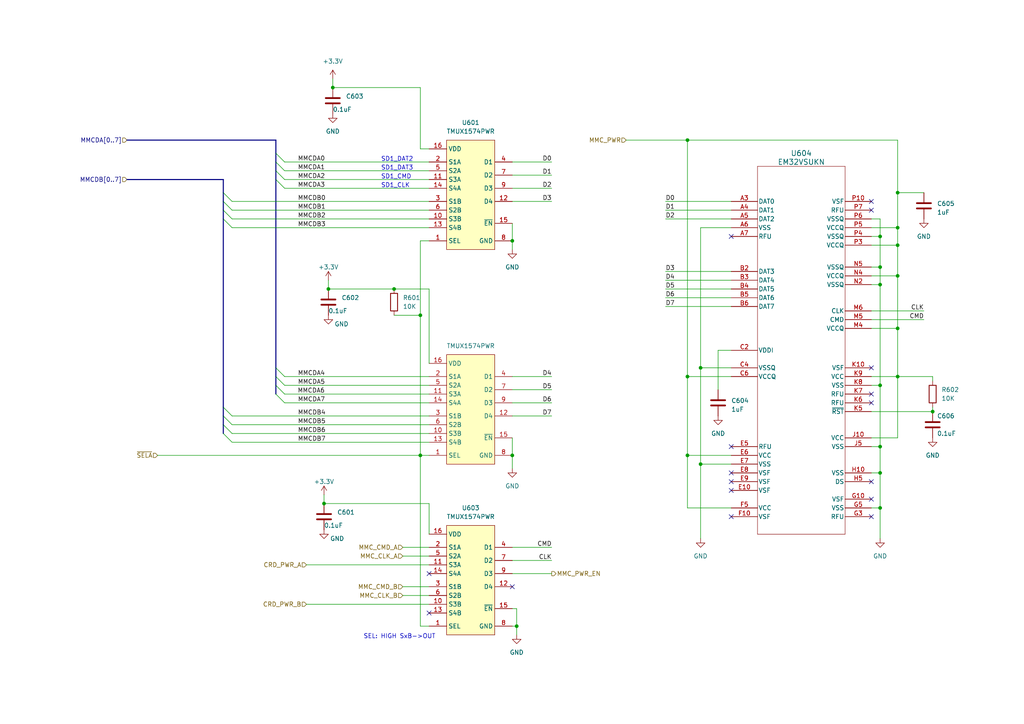
<source format=kicad_sch>
(kicad_sch (version 20230121) (generator eeschema)

  (uuid dbb0e8fa-601c-49d3-b36e-1d9899798a33)

  (paper "A4")

  (title_block
    (title "SHARED USB MEMORY")
    (date "2023-10-26")
    (rev "Rev0")
    (company "HNZ")
    (comment 1 "Licensed under CC-BY-SA V4.0")
    (comment 2 "2023 (C) Hiroshi Nakajima <hnakamiru1103@gmail.com>")
  )

  (lib_symbols
    (symbol "Device:C" (pin_numbers hide) (pin_names (offset 0.254)) (in_bom yes) (on_board yes)
      (property "Reference" "C" (at 0.635 2.54 0)
        (effects (font (size 1.27 1.27)) (justify left))
      )
      (property "Value" "C" (at 0.635 -2.54 0)
        (effects (font (size 1.27 1.27)) (justify left))
      )
      (property "Footprint" "" (at 0.9652 -3.81 0)
        (effects (font (size 1.27 1.27)) hide)
      )
      (property "Datasheet" "~" (at 0 0 0)
        (effects (font (size 1.27 1.27)) hide)
      )
      (property "ki_keywords" "cap capacitor" (at 0 0 0)
        (effects (font (size 1.27 1.27)) hide)
      )
      (property "ki_description" "Unpolarized capacitor" (at 0 0 0)
        (effects (font (size 1.27 1.27)) hide)
      )
      (property "ki_fp_filters" "C_*" (at 0 0 0)
        (effects (font (size 1.27 1.27)) hide)
      )
      (symbol "C_0_1"
        (polyline
          (pts
            (xy -2.032 -0.762)
            (xy 2.032 -0.762)
          )
          (stroke (width 0.508) (type default))
          (fill (type none))
        )
        (polyline
          (pts
            (xy -2.032 0.762)
            (xy 2.032 0.762)
          )
          (stroke (width 0.508) (type default))
          (fill (type none))
        )
      )
      (symbol "C_1_1"
        (pin passive line (at 0 3.81 270) (length 2.794)
          (name "~" (effects (font (size 1.27 1.27))))
          (number "1" (effects (font (size 1.27 1.27))))
        )
        (pin passive line (at 0 -3.81 90) (length 2.794)
          (name "~" (effects (font (size 1.27 1.27))))
          (number "2" (effects (font (size 1.27 1.27))))
        )
      )
    )
    (symbol "Device:R" (pin_numbers hide) (pin_names (offset 0)) (in_bom yes) (on_board yes)
      (property "Reference" "R" (at 2.032 0 90)
        (effects (font (size 1.27 1.27)))
      )
      (property "Value" "R" (at 0 0 90)
        (effects (font (size 1.27 1.27)))
      )
      (property "Footprint" "" (at -1.778 0 90)
        (effects (font (size 1.27 1.27)) hide)
      )
      (property "Datasheet" "~" (at 0 0 0)
        (effects (font (size 1.27 1.27)) hide)
      )
      (property "ki_keywords" "R res resistor" (at 0 0 0)
        (effects (font (size 1.27 1.27)) hide)
      )
      (property "ki_description" "Resistor" (at 0 0 0)
        (effects (font (size 1.27 1.27)) hide)
      )
      (property "ki_fp_filters" "R_*" (at 0 0 0)
        (effects (font (size 1.27 1.27)) hide)
      )
      (symbol "R_0_1"
        (rectangle (start -1.016 -2.54) (end 1.016 2.54)
          (stroke (width 0.254) (type default))
          (fill (type none))
        )
      )
      (symbol "R_1_1"
        (pin passive line (at 0 3.81 270) (length 1.27)
          (name "~" (effects (font (size 1.27 1.27))))
          (number "1" (effects (font (size 1.27 1.27))))
        )
        (pin passive line (at 0 -3.81 90) (length 1.27)
          (name "~" (effects (font (size 1.27 1.27))))
          (number "2" (effects (font (size 1.27 1.27))))
        )
      )
    )
    (symbol "TMUX1574PWR_1" (in_bom yes) (on_board yes)
      (property "Reference" "U" (at 0 15.24 0)
        (effects (font (size 1.27 1.27)))
      )
      (property "Value" "TMUX1574PWR" (at 1.27 12.7 0)
        (effects (font (size 1.27 1.27)))
      )
      (property "Footprint" "Package_SO:TSSOP-16_4.4x5mm_P0.65mm" (at 0 0 0)
        (effects (font (size 1.27 1.27)) hide)
      )
      (property "Datasheet" "" (at 0 0 0)
        (effects (font (size 1.27 1.27)) hide)
      )
      (symbol "TMUX1574PWR_1_0_1"
        (rectangle (start -5.08 11.43) (end 8.89 -20.32)
          (stroke (width 0) (type default))
          (fill (type background))
        )
      )
      (symbol "TMUX1574PWR_1_1_1"
        (pin input line (at -10.16 -17.78 0) (length 5.08)
          (name "SEL" (effects (font (size 1.27 1.27))))
          (number "1" (effects (font (size 1.27 1.27))))
        )
        (pin bidirectional line (at -10.16 -11.43 0) (length 5.08)
          (name "S3B" (effects (font (size 1.27 1.27))))
          (number "10" (effects (font (size 1.27 1.27))))
        )
        (pin bidirectional line (at -10.16 0 0) (length 5.08)
          (name "S3A" (effects (font (size 1.27 1.27))))
          (number "11" (effects (font (size 1.27 1.27))))
        )
        (pin bidirectional line (at 13.97 -6.35 180) (length 5.08)
          (name "D4" (effects (font (size 1.27 1.27))))
          (number "12" (effects (font (size 1.27 1.27))))
        )
        (pin bidirectional line (at -10.16 -13.97 0) (length 5.08)
          (name "S4B" (effects (font (size 1.27 1.27))))
          (number "13" (effects (font (size 1.27 1.27))))
        )
        (pin bidirectional line (at -10.16 -2.54 0) (length 5.08)
          (name "S4A" (effects (font (size 1.27 1.27))))
          (number "14" (effects (font (size 1.27 1.27))))
        )
        (pin input line (at 13.97 -12.7 180) (length 5.08)
          (name "~{EN}" (effects (font (size 1.27 1.27))))
          (number "15" (effects (font (size 1.27 1.27))))
        )
        (pin power_in line (at -10.16 8.89 0) (length 5.08)
          (name "VDD" (effects (font (size 1.27 1.27))))
          (number "16" (effects (font (size 1.27 1.27))))
        )
        (pin bidirectional line (at -10.16 5.08 0) (length 5.08)
          (name "S1A" (effects (font (size 1.27 1.27))))
          (number "2" (effects (font (size 1.27 1.27))))
        )
        (pin bidirectional line (at -10.16 -6.35 0) (length 5.08)
          (name "S1B" (effects (font (size 1.27 1.27))))
          (number "3" (effects (font (size 1.27 1.27))))
        )
        (pin bidirectional line (at 13.97 5.08 180) (length 5.08)
          (name "D1" (effects (font (size 1.27 1.27))))
          (number "4" (effects (font (size 1.27 1.27))))
        )
        (pin bidirectional line (at -10.16 2.54 0) (length 5.08)
          (name "S2A" (effects (font (size 1.27 1.27))))
          (number "5" (effects (font (size 1.27 1.27))))
        )
        (pin bidirectional line (at -10.16 -8.89 0) (length 5.08)
          (name "S2B" (effects (font (size 1.27 1.27))))
          (number "6" (effects (font (size 1.27 1.27))))
        )
        (pin bidirectional line (at 13.97 1.27 180) (length 5.08)
          (name "D2" (effects (font (size 1.27 1.27))))
          (number "7" (effects (font (size 1.27 1.27))))
        )
        (pin power_in line (at 13.97 -17.78 180) (length 5.08)
          (name "GND" (effects (font (size 1.27 1.27))))
          (number "8" (effects (font (size 1.27 1.27))))
        )
        (pin bidirectional line (at 13.97 -2.54 180) (length 5.08)
          (name "D3" (effects (font (size 1.27 1.27))))
          (number "9" (effects (font (size 1.27 1.27))))
        )
      )
    )
    (symbol "TMUX1574PWR_2" (in_bom yes) (on_board yes)
      (property "Reference" "U" (at 0 15.24 0)
        (effects (font (size 1.27 1.27)))
      )
      (property "Value" "TMUX1574PWR" (at 1.27 12.7 0)
        (effects (font (size 1.27 1.27)))
      )
      (property "Footprint" "Package_SO:TSSOP-16_4.4x5mm_P0.65mm" (at 0 0 0)
        (effects (font (size 1.27 1.27)) hide)
      )
      (property "Datasheet" "" (at 0 0 0)
        (effects (font (size 1.27 1.27)) hide)
      )
      (symbol "TMUX1574PWR_2_0_1"
        (rectangle (start -5.08 11.43) (end 8.89 -20.32)
          (stroke (width 0) (type default))
          (fill (type background))
        )
      )
      (symbol "TMUX1574PWR_2_1_1"
        (pin input line (at -10.16 -17.78 0) (length 5.08)
          (name "SEL" (effects (font (size 1.27 1.27))))
          (number "1" (effects (font (size 1.27 1.27))))
        )
        (pin bidirectional line (at -10.16 -11.43 0) (length 5.08)
          (name "S3B" (effects (font (size 1.27 1.27))))
          (number "10" (effects (font (size 1.27 1.27))))
        )
        (pin bidirectional line (at -10.16 0 0) (length 5.08)
          (name "S3A" (effects (font (size 1.27 1.27))))
          (number "11" (effects (font (size 1.27 1.27))))
        )
        (pin bidirectional line (at 13.97 -6.35 180) (length 5.08)
          (name "D4" (effects (font (size 1.27 1.27))))
          (number "12" (effects (font (size 1.27 1.27))))
        )
        (pin bidirectional line (at -10.16 -13.97 0) (length 5.08)
          (name "S4B" (effects (font (size 1.27 1.27))))
          (number "13" (effects (font (size 1.27 1.27))))
        )
        (pin bidirectional line (at -10.16 -2.54 0) (length 5.08)
          (name "S4A" (effects (font (size 1.27 1.27))))
          (number "14" (effects (font (size 1.27 1.27))))
        )
        (pin input line (at 13.97 -12.7 180) (length 5.08)
          (name "~{EN}" (effects (font (size 1.27 1.27))))
          (number "15" (effects (font (size 1.27 1.27))))
        )
        (pin power_in line (at -10.16 8.89 0) (length 5.08)
          (name "VDD" (effects (font (size 1.27 1.27))))
          (number "16" (effects (font (size 1.27 1.27))))
        )
        (pin bidirectional line (at -10.16 5.08 0) (length 5.08)
          (name "S1A" (effects (font (size 1.27 1.27))))
          (number "2" (effects (font (size 1.27 1.27))))
        )
        (pin bidirectional line (at -10.16 -6.35 0) (length 5.08)
          (name "S1B" (effects (font (size 1.27 1.27))))
          (number "3" (effects (font (size 1.27 1.27))))
        )
        (pin bidirectional line (at 13.97 5.08 180) (length 5.08)
          (name "D1" (effects (font (size 1.27 1.27))))
          (number "4" (effects (font (size 1.27 1.27))))
        )
        (pin bidirectional line (at -10.16 2.54 0) (length 5.08)
          (name "S2A" (effects (font (size 1.27 1.27))))
          (number "5" (effects (font (size 1.27 1.27))))
        )
        (pin bidirectional line (at -10.16 -8.89 0) (length 5.08)
          (name "S2B" (effects (font (size 1.27 1.27))))
          (number "6" (effects (font (size 1.27 1.27))))
        )
        (pin bidirectional line (at 13.97 1.27 180) (length 5.08)
          (name "D2" (effects (font (size 1.27 1.27))))
          (number "7" (effects (font (size 1.27 1.27))))
        )
        (pin power_in line (at 13.97 -17.78 180) (length 5.08)
          (name "GND" (effects (font (size 1.27 1.27))))
          (number "8" (effects (font (size 1.27 1.27))))
        )
        (pin bidirectional line (at 13.97 -2.54 180) (length 5.08)
          (name "D3" (effects (font (size 1.27 1.27))))
          (number "9" (effects (font (size 1.27 1.27))))
        )
      )
    )
    (symbol "power:+3.3V" (power) (pin_names (offset 0)) (in_bom yes) (on_board yes)
      (property "Reference" "#PWR" (at 0 -3.81 0)
        (effects (font (size 1.27 1.27)) hide)
      )
      (property "Value" "+3.3V" (at 0 3.556 0)
        (effects (font (size 1.27 1.27)))
      )
      (property "Footprint" "" (at 0 0 0)
        (effects (font (size 1.27 1.27)) hide)
      )
      (property "Datasheet" "" (at 0 0 0)
        (effects (font (size 1.27 1.27)) hide)
      )
      (property "ki_keywords" "global power" (at 0 0 0)
        (effects (font (size 1.27 1.27)) hide)
      )
      (property "ki_description" "Power symbol creates a global label with name \"+3.3V\"" (at 0 0 0)
        (effects (font (size 1.27 1.27)) hide)
      )
      (symbol "+3.3V_0_1"
        (polyline
          (pts
            (xy -0.762 1.27)
            (xy 0 2.54)
          )
          (stroke (width 0) (type default))
          (fill (type none))
        )
        (polyline
          (pts
            (xy 0 0)
            (xy 0 2.54)
          )
          (stroke (width 0) (type default))
          (fill (type none))
        )
        (polyline
          (pts
            (xy 0 2.54)
            (xy 0.762 1.27)
          )
          (stroke (width 0) (type default))
          (fill (type none))
        )
      )
      (symbol "+3.3V_1_1"
        (pin power_in line (at 0 0 90) (length 0) hide
          (name "+3.3V" (effects (font (size 1.27 1.27))))
          (number "1" (effects (font (size 1.27 1.27))))
        )
      )
    )
    (symbol "power:GND" (power) (pin_numbers hide) (pin_names (offset 0) hide) (in_bom yes) (on_board yes)
      (property "Reference" "#PWR" (at 0 -6.35 0)
        (effects (font (size 1.27 1.27)) hide)
      )
      (property "Value" "GND" (at 0 -3.81 0)
        (effects (font (size 1.27 1.27)))
      )
      (property "Footprint" "" (at 0 0 0)
        (effects (font (size 1.27 1.27)) hide)
      )
      (property "Datasheet" "" (at 0 0 0)
        (effects (font (size 1.27 1.27)) hide)
      )
      (property "ki_keywords" "global power" (at 0 0 0)
        (effects (font (size 1.27 1.27)) hide)
      )
      (property "ki_description" "Power symbol creates a global label with name \"GND\" , ground" (at 0 0 0)
        (effects (font (size 1.27 1.27)) hide)
      )
      (symbol "GND_0_1"
        (polyline
          (pts
            (xy 0 0)
            (xy 0 -1.27)
            (xy 1.27 -1.27)
            (xy 0 -2.54)
            (xy -1.27 -1.27)
            (xy 0 -1.27)
          )
          (stroke (width 0) (type default))
          (fill (type none))
        )
      )
      (symbol "GND_1_1"
        (pin power_in line (at 0 0 270) (length 0) hide
          (name "GND" (effects (font (size 1.27 1.27))))
          (number "1" (effects (font (size 1.27 1.27))))
        )
      )
    )
    (symbol "tbctl:4.7uF" (pin_numbers hide) (pin_names (offset 0.254)) (in_bom yes) (on_board yes)
      (property "Reference" "C" (at 0.635 2.54 0)
        (effects (font (size 1.27 1.27)) (justify left))
      )
      (property "Value" "4.7uF" (at 0.635 -2.54 0)
        (effects (font (size 1.27 1.27)) (justify left))
      )
      (property "Footprint" "Capacitor_SMD:C_0805_2012Metric" (at 0.9652 -3.81 0)
        (effects (font (size 1.27 1.27)) hide)
      )
      (property "Datasheet" "~" (at 0 0 0)
        (effects (font (size 1.27 1.27)) hide)
      )
      (property "ki_keywords" "cap capacitor" (at 0 0 0)
        (effects (font (size 1.27 1.27)) hide)
      )
      (property "ki_description" "C_SMD_0805_2012_4.7uF" (at 0 0 0)
        (effects (font (size 1.27 1.27)) hide)
      )
      (property "ki_fp_filters" "C_*" (at 0 0 0)
        (effects (font (size 1.27 1.27)) hide)
      )
      (symbol "4.7uF_0_1"
        (polyline
          (pts
            (xy -2.032 -0.762)
            (xy 2.032 -0.762)
          )
          (stroke (width 0.508) (type default))
          (fill (type none))
        )
        (polyline
          (pts
            (xy -2.032 0.762)
            (xy 2.032 0.762)
          )
          (stroke (width 0.508) (type default))
          (fill (type none))
        )
      )
      (symbol "4.7uF_1_1"
        (pin passive line (at 0 3.81 270) (length 2.794)
          (name "~" (effects (font (size 1.27 1.27))))
          (number "1" (effects (font (size 1.27 1.27))))
        )
        (pin passive line (at 0 -3.81 90) (length 2.794)
          (name "~" (effects (font (size 1.27 1.27))))
          (number "2" (effects (font (size 1.27 1.27))))
        )
      )
    )
    (symbol "tbctl:EM32VSUKN" (pin_names (offset 0.254)) (in_bom yes) (on_board yes)
      (property "Reference" "U" (at 20.32 10.16 0)
        (effects (font (size 1.524 1.524)))
      )
      (property "Value" "EM32VSUKN" (at 20.32 7.62 0)
        (effects (font (size 1.524 1.524)))
      )
      (property "Footprint" "tbctl:EM32VSUKN FPGA153" (at 1.27 7.62 0)
        (effects (font (size 1.27 1.27) italic) hide)
      )
      (property "Datasheet" "" (at 0 0 0)
        (effects (font (size 1.27 1.27) italic) hide)
      )
      (property "ki_keywords" "EM32VSUKN eMMC" (at 0 0 0)
        (effects (font (size 1.27 1.27)) hide)
      )
      (property "ki_description" "Packaged NAND flash memory with e•MMC™ 5.1 interface" (at 0 0 0)
        (effects (font (size 1.27 1.27)) hide)
      )
      (property "ki_fp_filters" "RP-SEMC32DA1_PAN RP-SEMC32DA1_PAN-M RP-SEMC32DA1_PAN-L" (at 0 0 0)
        (effects (font (size 1.27 1.27)) hide)
      )
      (symbol "EM32VSUKN_1_1"
        (polyline
          (pts
            (xy 7.62 -101.6)
            (xy 33.02 -101.6)
          )
          (stroke (width 0.127) (type default))
          (fill (type none))
        )
        (polyline
          (pts
            (xy 7.62 5.08)
            (xy 7.62 -101.6)
          )
          (stroke (width 0.127) (type default))
          (fill (type none))
        )
        (polyline
          (pts
            (xy 33.02 -101.6)
            (xy 33.02 5.08)
          )
          (stroke (width 0.127) (type default))
          (fill (type none))
        )
        (polyline
          (pts
            (xy 33.02 5.08)
            (xy 7.62 5.08)
          )
          (stroke (width 0.127) (type default))
          (fill (type none))
        )
        (pin passive line (at 0 -5.08 0) (length 7.62)
          (name "DAT0" (effects (font (size 1.27 1.27))))
          (number "A3" (effects (font (size 1.27 1.27))))
        )
        (pin passive line (at 0 -7.62 0) (length 7.62)
          (name "DAT1" (effects (font (size 1.27 1.27))))
          (number "A4" (effects (font (size 1.27 1.27))))
        )
        (pin passive line (at 0 -10.16 0) (length 7.62)
          (name "DAT2" (effects (font (size 1.27 1.27))))
          (number "A5" (effects (font (size 1.27 1.27))))
        )
        (pin power_in line (at 0 -12.7 0) (length 7.62)
          (name "VSS" (effects (font (size 1.27 1.27))))
          (number "A6" (effects (font (size 1.27 1.27))))
        )
        (pin passive line (at 0 -15.24 0) (length 7.62)
          (name "RFU" (effects (font (size 1.27 1.27))))
          (number "A7" (effects (font (size 1.27 1.27))))
        )
        (pin passive line (at 0 -25.4 0) (length 7.62)
          (name "DAT3" (effects (font (size 1.27 1.27))))
          (number "B2" (effects (font (size 1.27 1.27))))
        )
        (pin passive line (at 0 -27.94 0) (length 7.62)
          (name "DAT4" (effects (font (size 1.27 1.27))))
          (number "B3" (effects (font (size 1.27 1.27))))
        )
        (pin passive line (at 0 -30.48 0) (length 7.62)
          (name "DAT5" (effects (font (size 1.27 1.27))))
          (number "B4" (effects (font (size 1.27 1.27))))
        )
        (pin passive line (at 0 -33.02 0) (length 7.62)
          (name "DAT6" (effects (font (size 1.27 1.27))))
          (number "B5" (effects (font (size 1.27 1.27))))
        )
        (pin passive line (at 0 -35.56 0) (length 7.62)
          (name "DAT7" (effects (font (size 1.27 1.27))))
          (number "B6" (effects (font (size 1.27 1.27))))
        )
        (pin power_in line (at 0 -48.26 0) (length 7.62)
          (name "VDDI" (effects (font (size 1.27 1.27))))
          (number "C2" (effects (font (size 1.27 1.27))))
        )
        (pin power_in line (at 0 -53.34 0) (length 7.62)
          (name "VSSQ" (effects (font (size 1.27 1.27))))
          (number "C4" (effects (font (size 1.27 1.27))))
        )
        (pin power_in line (at 0 -55.88 0) (length 7.62)
          (name "VCCQ" (effects (font (size 1.27 1.27))))
          (number "C6" (effects (font (size 1.27 1.27))))
        )
        (pin power_in line (at 0 -88.9 0) (length 7.62)
          (name "VSF" (effects (font (size 1.27 1.27))))
          (number "E10" (effects (font (size 1.27 1.27))))
        )
        (pin passive line (at 0 -76.2 0) (length 7.62)
          (name "RFU" (effects (font (size 1.27 1.27))))
          (number "E5" (effects (font (size 1.27 1.27))))
        )
        (pin power_in line (at 0 -78.74 0) (length 7.62)
          (name "VCC" (effects (font (size 1.27 1.27))))
          (number "E6" (effects (font (size 1.27 1.27))))
        )
        (pin power_in line (at 0 -81.28 0) (length 7.62)
          (name "VSS" (effects (font (size 1.27 1.27))))
          (number "E7" (effects (font (size 1.27 1.27))))
        )
        (pin power_in line (at 0 -83.82 0) (length 7.62)
          (name "VSF" (effects (font (size 1.27 1.27))))
          (number "E8" (effects (font (size 1.27 1.27))))
        )
        (pin power_in line (at 0 -86.36 0) (length 7.62)
          (name "VSF" (effects (font (size 1.27 1.27))))
          (number "E9" (effects (font (size 1.27 1.27))))
        )
        (pin power_in line (at 0 -96.52 0) (length 7.62)
          (name "VSF" (effects (font (size 1.27 1.27))))
          (number "F10" (effects (font (size 1.27 1.27))))
        )
        (pin power_in line (at 0 -93.98 0) (length 7.62)
          (name "VCC" (effects (font (size 1.27 1.27))))
          (number "F5" (effects (font (size 1.27 1.27))))
        )
        (pin power_in line (at 40.64 -91.44 180) (length 7.62)
          (name "VSF" (effects (font (size 1.27 1.27))))
          (number "G10" (effects (font (size 1.27 1.27))))
        )
        (pin passive line (at 40.64 -96.52 180) (length 7.62)
          (name "RFU" (effects (font (size 1.27 1.27))))
          (number "G3" (effects (font (size 1.27 1.27))))
        )
        (pin power_in line (at 40.64 -93.98 180) (length 7.62)
          (name "VSS" (effects (font (size 1.27 1.27))))
          (number "G5" (effects (font (size 1.27 1.27))))
        )
        (pin power_in line (at 40.64 -83.82 180) (length 7.62)
          (name "VSS" (effects (font (size 1.27 1.27))))
          (number "H10" (effects (font (size 1.27 1.27))))
        )
        (pin passive line (at 40.64 -86.36 180) (length 7.62)
          (name "DS" (effects (font (size 1.27 1.27))))
          (number "H5" (effects (font (size 1.27 1.27))))
        )
        (pin power_in line (at 40.64 -73.66 180) (length 7.62)
          (name "VCC" (effects (font (size 1.27 1.27))))
          (number "J10" (effects (font (size 1.27 1.27))))
        )
        (pin power_in line (at 40.64 -76.2 180) (length 7.62)
          (name "VSS" (effects (font (size 1.27 1.27))))
          (number "J5" (effects (font (size 1.27 1.27))))
        )
        (pin power_in line (at 40.64 -53.34 180) (length 7.62)
          (name "VSF" (effects (font (size 1.27 1.27))))
          (number "K10" (effects (font (size 1.27 1.27))))
        )
        (pin passive line (at 40.64 -66.04 180) (length 7.62)
          (name "~{RST}" (effects (font (size 1.27 1.27))))
          (number "K5" (effects (font (size 1.27 1.27))))
        )
        (pin passive line (at 40.64 -63.5 180) (length 7.62)
          (name "RFU" (effects (font (size 1.27 1.27))))
          (number "K6" (effects (font (size 1.27 1.27))))
        )
        (pin passive line (at 40.64 -60.96 180) (length 7.62)
          (name "RFU" (effects (font (size 1.27 1.27))))
          (number "K7" (effects (font (size 1.27 1.27))))
        )
        (pin power_in line (at 40.64 -58.42 180) (length 7.62)
          (name "VSS" (effects (font (size 1.27 1.27))))
          (number "K8" (effects (font (size 1.27 1.27))))
        )
        (pin power_in line (at 40.64 -55.88 180) (length 7.62)
          (name "VCC" (effects (font (size 1.27 1.27))))
          (number "K9" (effects (font (size 1.27 1.27))))
        )
        (pin power_in line (at 40.64 -41.91 180) (length 7.62)
          (name "VCCQ" (effects (font (size 1.27 1.27))))
          (number "M4" (effects (font (size 1.27 1.27))))
        )
        (pin passive line (at 40.64 -39.37 180) (length 7.62)
          (name "CMD" (effects (font (size 1.27 1.27))))
          (number "M5" (effects (font (size 1.27 1.27))))
        )
        (pin passive line (at 40.64 -36.83 180) (length 7.62)
          (name "CLK" (effects (font (size 1.27 1.27))))
          (number "M6" (effects (font (size 1.27 1.27))))
        )
        (pin power_in line (at 40.64 -29.21 180) (length 7.62)
          (name "VSSQ" (effects (font (size 1.27 1.27))))
          (number "N2" (effects (font (size 1.27 1.27))))
        )
        (pin power_in line (at 40.64 -26.67 180) (length 7.62)
          (name "VCCQ" (effects (font (size 1.27 1.27))))
          (number "N4" (effects (font (size 1.27 1.27))))
        )
        (pin power_in line (at 40.64 -24.13 180) (length 7.62)
          (name "VSSQ" (effects (font (size 1.27 1.27))))
          (number "N5" (effects (font (size 1.27 1.27))))
        )
        (pin power_in line (at 40.64 -5.08 180) (length 7.62)
          (name "VSF" (effects (font (size 1.27 1.27))))
          (number "P10" (effects (font (size 1.27 1.27))))
        )
        (pin power_in line (at 40.64 -17.78 180) (length 7.62)
          (name "VCCQ" (effects (font (size 1.27 1.27))))
          (number "P3" (effects (font (size 1.27 1.27))))
        )
        (pin power_in line (at 40.64 -15.24 180) (length 7.62)
          (name "VSSQ" (effects (font (size 1.27 1.27))))
          (number "P4" (effects (font (size 1.27 1.27))))
        )
        (pin power_in line (at 40.64 -12.7 180) (length 7.62)
          (name "VCCQ" (effects (font (size 1.27 1.27))))
          (number "P5" (effects (font (size 1.27 1.27))))
        )
        (pin power_in line (at 40.64 -10.16 180) (length 7.62)
          (name "VSSQ" (effects (font (size 1.27 1.27))))
          (number "P6" (effects (font (size 1.27 1.27))))
        )
        (pin passive line (at 40.64 -7.62 180) (length 7.62)
          (name "RFU" (effects (font (size 1.27 1.27))))
          (number "P7" (effects (font (size 1.27 1.27))))
        )
      )
    )
    (symbol "tbctl:TMUX1574PWR" (in_bom yes) (on_board yes)
      (property "Reference" "U" (at 0 15.24 0)
        (effects (font (size 1.27 1.27)))
      )
      (property "Value" "TMUX1574PWR" (at 1.27 12.7 0)
        (effects (font (size 1.27 1.27)))
      )
      (property "Footprint" "Package_SO:TSSOP-16_4.4x5mm_P0.65mm" (at 0 0 0)
        (effects (font (size 1.27 1.27)) hide)
      )
      (property "Datasheet" "" (at 0 0 0)
        (effects (font (size 1.27 1.27)) hide)
      )
      (symbol "TMUX1574PWR_0_1"
        (rectangle (start -5.08 11.43) (end 8.89 -20.32)
          (stroke (width 0) (type default))
          (fill (type background))
        )
      )
      (symbol "TMUX1574PWR_1_1"
        (pin input line (at -10.16 -17.78 0) (length 5.08)
          (name "SEL" (effects (font (size 1.27 1.27))))
          (number "1" (effects (font (size 1.27 1.27))))
        )
        (pin bidirectional line (at -10.16 -11.43 0) (length 5.08)
          (name "S3B" (effects (font (size 1.27 1.27))))
          (number "10" (effects (font (size 1.27 1.27))))
        )
        (pin bidirectional line (at -10.16 0 0) (length 5.08)
          (name "S3A" (effects (font (size 1.27 1.27))))
          (number "11" (effects (font (size 1.27 1.27))))
        )
        (pin bidirectional line (at 13.97 -6.35 180) (length 5.08)
          (name "D4" (effects (font (size 1.27 1.27))))
          (number "12" (effects (font (size 1.27 1.27))))
        )
        (pin bidirectional line (at -10.16 -13.97 0) (length 5.08)
          (name "S4B" (effects (font (size 1.27 1.27))))
          (number "13" (effects (font (size 1.27 1.27))))
        )
        (pin bidirectional line (at -10.16 -2.54 0) (length 5.08)
          (name "S4A" (effects (font (size 1.27 1.27))))
          (number "14" (effects (font (size 1.27 1.27))))
        )
        (pin input line (at 13.97 -12.7 180) (length 5.08)
          (name "~{EN}" (effects (font (size 1.27 1.27))))
          (number "15" (effects (font (size 1.27 1.27))))
        )
        (pin power_in line (at -10.16 8.89 0) (length 5.08)
          (name "VDD" (effects (font (size 1.27 1.27))))
          (number "16" (effects (font (size 1.27 1.27))))
        )
        (pin bidirectional line (at -10.16 5.08 0) (length 5.08)
          (name "S1A" (effects (font (size 1.27 1.27))))
          (number "2" (effects (font (size 1.27 1.27))))
        )
        (pin bidirectional line (at -10.16 -6.35 0) (length 5.08)
          (name "S1B" (effects (font (size 1.27 1.27))))
          (number "3" (effects (font (size 1.27 1.27))))
        )
        (pin bidirectional line (at 13.97 5.08 180) (length 5.08)
          (name "D1" (effects (font (size 1.27 1.27))))
          (number "4" (effects (font (size 1.27 1.27))))
        )
        (pin bidirectional line (at -10.16 2.54 0) (length 5.08)
          (name "S2A" (effects (font (size 1.27 1.27))))
          (number "5" (effects (font (size 1.27 1.27))))
        )
        (pin bidirectional line (at -10.16 -8.89 0) (length 5.08)
          (name "S2B" (effects (font (size 1.27 1.27))))
          (number "6" (effects (font (size 1.27 1.27))))
        )
        (pin bidirectional line (at 13.97 1.27 180) (length 5.08)
          (name "D2" (effects (font (size 1.27 1.27))))
          (number "7" (effects (font (size 1.27 1.27))))
        )
        (pin power_in line (at 13.97 -17.78 180) (length 5.08)
          (name "GND" (effects (font (size 1.27 1.27))))
          (number "8" (effects (font (size 1.27 1.27))))
        )
        (pin bidirectional line (at 13.97 -2.54 180) (length 5.08)
          (name "D3" (effects (font (size 1.27 1.27))))
          (number "9" (effects (font (size 1.27 1.27))))
        )
      )
    )
  )

  (junction (at 148.59 69.85) (diameter 0) (color 0 0 0 0)
    (uuid 090b64d5-8669-48e2-8340-24b0590e7de0)
  )
  (junction (at 255.27 68.58) (diameter 0) (color 0 0 0 0)
    (uuid 1d18122d-bb82-436b-ae24-dcdedb66a44b)
  )
  (junction (at 203.2 106.68) (diameter 0) (color 0 0 0 0)
    (uuid 25275934-2415-4353-9b5a-0d005bae4456)
  )
  (junction (at 203.2 134.62) (diameter 0) (color 0 0 0 0)
    (uuid 276b3f82-7281-40f4-be3c-cca23a943d7b)
  )
  (junction (at 95.25 83.82) (diameter 0) (color 0 0 0 0)
    (uuid 28efaf9f-ee80-4eff-96ea-84ad555f1e44)
  )
  (junction (at 255.27 111.76) (diameter 0) (color 0 0 0 0)
    (uuid 40531b6f-d91f-4b1d-9384-73d0c614da33)
  )
  (junction (at 255.27 137.16) (diameter 0) (color 0 0 0 0)
    (uuid 436c4dd0-0513-4896-8d0e-9688f96e3537)
  )
  (junction (at 260.35 66.04) (diameter 0) (color 0 0 0 0)
    (uuid 4a48df5a-3fec-412d-a416-72f2bb459d07)
  )
  (junction (at 114.3 83.82) (diameter 0) (color 0 0 0 0)
    (uuid 588780e7-c8e7-4c20-9230-25c6fa3d049e)
  )
  (junction (at 199.39 132.08) (diameter 0) (color 0 0 0 0)
    (uuid 5b0b1332-e6af-476b-b489-f69cddc50ed5)
  )
  (junction (at 199.39 109.22) (diameter 0) (color 0 0 0 0)
    (uuid 60a7246f-126e-4fbb-8ee1-f91abb716590)
  )
  (junction (at 149.86 181.61) (diameter 0) (color 0 0 0 0)
    (uuid 65b0ecfa-7f13-4051-9aca-40b44e028e3b)
  )
  (junction (at 260.35 95.25) (diameter 0) (color 0 0 0 0)
    (uuid 82754df4-2dfd-45d3-954b-e1206a0f44ba)
  )
  (junction (at 255.27 129.54) (diameter 0) (color 0 0 0 0)
    (uuid 85117131-a47d-4394-88d4-d57dde716cf2)
  )
  (junction (at 260.35 71.12) (diameter 0) (color 0 0 0 0)
    (uuid 88c50120-eb8f-4508-b6fd-c77ead355e78)
  )
  (junction (at 270.51 119.38) (diameter 0) (color 0 0 0 0)
    (uuid 89318a28-2ce6-4c65-a033-39ebe762a9d0)
  )
  (junction (at 148.59 132.08) (diameter 0) (color 0 0 0 0)
    (uuid 962d0968-ce82-4676-9932-d955f2919255)
  )
  (junction (at 260.35 109.22) (diameter 0) (color 0 0 0 0)
    (uuid 9846c8d8-b262-4838-824c-aaace6013690)
  )
  (junction (at 255.27 82.55) (diameter 0) (color 0 0 0 0)
    (uuid a2b0ae95-185b-4d2a-8886-bcf1afe05886)
  )
  (junction (at 93.98 146.05) (diameter 0) (color 0 0 0 0)
    (uuid a7663d19-1531-4727-b5a8-69f1b749160b)
  )
  (junction (at 260.35 55.88) (diameter 0) (color 0 0 0 0)
    (uuid abe34ff8-fcf6-401d-a999-441c71f63d93)
  )
  (junction (at 121.92 91.44) (diameter 0) (color 0 0 0 0)
    (uuid acd6bfc5-9468-40aa-8bd8-ce48d5951b20)
  )
  (junction (at 121.92 132.08) (diameter 0) (color 0 0 0 0)
    (uuid b4222bfd-84d9-4a0b-a35d-48106d7462c4)
  )
  (junction (at 260.35 80.01) (diameter 0) (color 0 0 0 0)
    (uuid bb89ef29-f611-4536-b11b-ef1ae74cab8a)
  )
  (junction (at 199.39 40.64) (diameter 0) (color 0 0 0 0)
    (uuid cc8023d6-870b-46fb-9fa2-bb45fb082182)
  )
  (junction (at 255.27 147.32) (diameter 0) (color 0 0 0 0)
    (uuid d170478d-8da0-4555-972b-6bfc4dc5b631)
  )
  (junction (at 255.27 77.47) (diameter 0) (color 0 0 0 0)
    (uuid dd7b6fd4-7e96-4341-88af-f0ba90bf9066)
  )
  (junction (at 96.52 25.4) (diameter 0) (color 0 0 0 0)
    (uuid f17738db-6e6a-41a9-8e6b-f1628af3fd0c)
  )

  (no_connect (at 124.46 166.37) (uuid 13440aeb-f067-41bb-9b8f-b7943902fce3))
  (no_connect (at 252.73 114.3) (uuid 1c4b2647-7ee6-4207-b18f-dde535a7920f))
  (no_connect (at 252.73 116.84) (uuid 22c7ee3c-1d79-4bbf-957f-431693653805))
  (no_connect (at 124.46 177.8) (uuid 348f6080-9433-4e6f-b538-24f6baea9c66))
  (no_connect (at 148.59 170.18) (uuid 3a735cde-320d-4dd9-b316-42dae8254541))
  (no_connect (at 212.09 137.16) (uuid 4f5686df-f59f-4834-9f51-051d3c91a783))
  (no_connect (at 252.73 139.7) (uuid 5d4ba1e7-7cf6-4b18-ac3a-f231992f070e))
  (no_connect (at 252.73 106.68) (uuid 6198e495-60b1-4361-820b-387893aa1647))
  (no_connect (at 212.09 68.58) (uuid 6b07e66b-3766-435c-a522-20b373ee3aa8))
  (no_connect (at 212.09 129.54) (uuid 6f32c0a1-49f3-4961-90de-b19f4b2ef7c1))
  (no_connect (at 212.09 139.7) (uuid 7587a1ab-f600-475c-a980-f0b045b542a2))
  (no_connect (at 212.09 142.24) (uuid 76e612c6-7671-4247-9b3f-15c2196ae84c))
  (no_connect (at 212.09 149.86) (uuid 7d4d051a-9071-4eef-a2ca-3a50ce51829f))
  (no_connect (at 252.73 149.86) (uuid 8812e851-376e-4ae9-ac15-389ef8cafa8d))
  (no_connect (at 252.73 144.78) (uuid aef810b1-3ed3-4e12-bb4f-bf86cec8194c))
  (no_connect (at 252.73 58.42) (uuid c4f1258c-e249-4060-9c7b-d5a5e0ea00a9))
  (no_connect (at 252.73 60.96) (uuid c7994207-5bf7-4d16-832f-0dcf9f5d0426))

  (bus_entry (at 64.77 118.11) (size 2.54 2.54)
    (stroke (width 0) (type default))
    (uuid 08378987-2f57-4469-813e-c2afab777424)
  )
  (bus_entry (at 64.77 55.88) (size 2.54 2.54)
    (stroke (width 0) (type default))
    (uuid 0a7bc2d9-2552-451d-ae77-db502f23bf06)
  )
  (bus_entry (at 80.01 106.68) (size 2.54 2.54)
    (stroke (width 0) (type default))
    (uuid 1075ecb0-3e2c-44a3-9f70-8986f2944be2)
  )
  (bus_entry (at 80.01 111.76) (size 2.54 2.54)
    (stroke (width 0) (type default))
    (uuid 45f90cfd-2773-42af-9214-4a38118c1520)
  )
  (bus_entry (at 64.77 125.73) (size 2.54 2.54)
    (stroke (width 0) (type default))
    (uuid 477616bb-f544-4fe6-ae63-1e7fdaf920a2)
  )
  (bus_entry (at 64.77 120.65) (size 2.54 2.54)
    (stroke (width 0) (type default))
    (uuid 4d9017b3-b553-4f7b-aab1-473990fce166)
  )
  (bus_entry (at 80.01 44.45) (size 2.54 2.54)
    (stroke (width 0) (type default))
    (uuid 4e1c4338-2e63-4f53-910c-39ab48332ad1)
  )
  (bus_entry (at 64.77 123.19) (size 2.54 2.54)
    (stroke (width 0) (type default))
    (uuid 56db6dc1-58dc-432c-a9a0-c3f87e298de4)
  )
  (bus_entry (at 80.01 52.07) (size 2.54 2.54)
    (stroke (width 0) (type default))
    (uuid 595feabd-2b9a-45a5-a5b8-19132983c12e)
  )
  (bus_entry (at 80.01 46.99) (size 2.54 2.54)
    (stroke (width 0) (type default))
    (uuid 76c7cfa6-4939-45c5-bdec-2c1f98b86856)
  )
  (bus_entry (at 80.01 114.3) (size 2.54 2.54)
    (stroke (width 0) (type default))
    (uuid 9089f982-8663-4a09-8da6-c13a5c9503bd)
  )
  (bus_entry (at 80.01 49.53) (size 2.54 2.54)
    (stroke (width 0) (type default))
    (uuid 9ce1a94a-c015-4ff9-a338-2ee99a4da76f)
  )
  (bus_entry (at 64.77 60.96) (size 2.54 2.54)
    (stroke (width 0) (type default))
    (uuid c5140f3d-e42f-4577-9b31-76e23c899c85)
  )
  (bus_entry (at 80.01 109.22) (size 2.54 2.54)
    (stroke (width 0) (type default))
    (uuid d2462972-4e8d-4c51-8c84-0a6ae2b8502e)
  )
  (bus_entry (at 64.77 63.5) (size 2.54 2.54)
    (stroke (width 0) (type default))
    (uuid dbd687ed-d521-4990-b12b-c205643e9502)
  )
  (bus_entry (at 64.77 58.42) (size 2.54 2.54)
    (stroke (width 0) (type default))
    (uuid e66f659b-63fb-449a-a0a4-850b994414b8)
  )

  (wire (pts (xy 93.98 143.51) (xy 93.98 146.05))
    (stroke (width 0) (type default))
    (uuid 0145397e-6864-4b8d-aca9-7a94d20003e4)
  )
  (bus (pts (xy 64.77 118.11) (xy 64.77 120.65))
    (stroke (width 0) (type default))
    (uuid 03c9c715-0131-41df-82a5-cc5a7559cd86)
  )

  (wire (pts (xy 260.35 127) (xy 260.35 109.22))
    (stroke (width 0) (type default))
    (uuid 0495ba74-99e7-4345-98d8-b993521912ed)
  )
  (wire (pts (xy 148.59 113.03) (xy 160.02 113.03))
    (stroke (width 0) (type default))
    (uuid 07eeb005-aed9-4e40-bb43-0fc7470b523c)
  )
  (wire (pts (xy 252.73 95.25) (xy 260.35 95.25))
    (stroke (width 0) (type default))
    (uuid 08d31b5a-f601-4676-8b85-c92efdb31420)
  )
  (wire (pts (xy 114.3 83.82) (xy 124.46 83.82))
    (stroke (width 0) (type default))
    (uuid 0baa1b87-8bf2-4d0b-ba34-47b6298dd8eb)
  )
  (bus (pts (xy 80.01 49.53) (xy 80.01 52.07))
    (stroke (width 0) (type default))
    (uuid 0bf60fa4-aa9f-478f-8c07-0ce9b4da9c41)
  )

  (wire (pts (xy 252.73 92.71) (xy 267.97 92.71))
    (stroke (width 0) (type default))
    (uuid 0e2b8186-86c1-4085-95c6-8f08e5ad4636)
  )
  (wire (pts (xy 95.25 81.28) (xy 95.25 83.82))
    (stroke (width 0) (type default))
    (uuid 11945eb5-c41b-4cd2-bd1d-ab79c3d6ed79)
  )
  (wire (pts (xy 124.46 181.61) (xy 121.92 181.61))
    (stroke (width 0) (type default))
    (uuid 14bfd5a9-927c-405c-9c5d-b5d7b3cc2acb)
  )
  (wire (pts (xy 67.31 123.19) (xy 124.46 123.19))
    (stroke (width 0) (type default))
    (uuid 164971b1-2842-4dc2-bac2-848c59ef9e53)
  )
  (wire (pts (xy 193.04 86.36) (xy 212.09 86.36))
    (stroke (width 0) (type default))
    (uuid 18b3628a-06f9-4a39-9d43-90b66b845e1f)
  )
  (wire (pts (xy 203.2 134.62) (xy 203.2 156.21))
    (stroke (width 0) (type default))
    (uuid 1b1f10d7-46ba-49b6-b3af-1096b2645220)
  )
  (wire (pts (xy 212.09 66.04) (xy 203.2 66.04))
    (stroke (width 0) (type default))
    (uuid 1cd707e2-2a7d-43ad-b82d-d81ebfebbd7f)
  )
  (wire (pts (xy 116.84 161.29) (xy 124.46 161.29))
    (stroke (width 0) (type default))
    (uuid 1d4f394b-485d-45f7-ac9a-8bb94c43c045)
  )
  (bus (pts (xy 64.77 60.96) (xy 64.77 63.5))
    (stroke (width 0) (type default))
    (uuid 1ff4a704-a354-4ddf-a0c8-5ce55f019608)
  )

  (wire (pts (xy 252.73 80.01) (xy 260.35 80.01))
    (stroke (width 0) (type default))
    (uuid 200448c2-d444-4b7f-a814-16277811911d)
  )
  (wire (pts (xy 95.25 83.82) (xy 114.3 83.82))
    (stroke (width 0) (type default))
    (uuid 20895060-bb88-4ef8-8aba-6c3cbb56c563)
  )
  (wire (pts (xy 149.86 176.53) (xy 149.86 181.61))
    (stroke (width 0) (type default))
    (uuid 228bcdbd-ceed-414e-acb6-202cee86bc12)
  )
  (bus (pts (xy 80.01 109.22) (xy 80.01 111.76))
    (stroke (width 0) (type default))
    (uuid 25bc66ee-0bfa-4f71-b1af-6705e143bd34)
  )

  (wire (pts (xy 148.59 109.22) (xy 160.02 109.22))
    (stroke (width 0) (type default))
    (uuid 2932422d-a145-4517-b8b6-e902b82f52eb)
  )
  (bus (pts (xy 80.01 109.22) (xy 80.01 106.68))
    (stroke (width 0) (type default))
    (uuid 2fd045eb-d16b-4ca6-b5d6-46ec2a64cb9e)
  )

  (wire (pts (xy 124.46 154.94) (xy 124.46 146.05))
    (stroke (width 0) (type default))
    (uuid 327bf3cc-cdd8-4643-bb44-c18ee2f975de)
  )
  (wire (pts (xy 252.73 82.55) (xy 255.27 82.55))
    (stroke (width 0) (type default))
    (uuid 33af9bdf-02db-4543-b86d-c469254079e2)
  )
  (wire (pts (xy 148.59 181.61) (xy 149.86 181.61))
    (stroke (width 0) (type default))
    (uuid 347606f1-9689-468f-84d5-719a72d98a2a)
  )
  (bus (pts (xy 36.83 52.07) (xy 64.77 52.07))
    (stroke (width 0) (type default))
    (uuid 34cca091-8ec7-4cae-ae24-116d3ab3e934)
  )

  (wire (pts (xy 255.27 147.32) (xy 255.27 156.21))
    (stroke (width 0) (type default))
    (uuid 36cceeb5-03aa-483c-abaa-c42972a19908)
  )
  (bus (pts (xy 64.77 123.19) (xy 64.77 125.73))
    (stroke (width 0) (type default))
    (uuid 38009f66-71ea-4121-b37a-a2bdabab3a2c)
  )

  (wire (pts (xy 67.31 125.73) (xy 124.46 125.73))
    (stroke (width 0) (type default))
    (uuid 3b632da0-0755-4a16-9515-5d1eff6a2e32)
  )
  (wire (pts (xy 199.39 40.64) (xy 199.39 109.22))
    (stroke (width 0) (type default))
    (uuid 3c957099-06a9-4030-9eac-a79ff7b15898)
  )
  (wire (pts (xy 67.31 66.04) (xy 124.46 66.04))
    (stroke (width 0) (type default))
    (uuid 3ca233bc-a666-4f29-b991-e0b6323f054d)
  )
  (wire (pts (xy 88.9 163.83) (xy 124.46 163.83))
    (stroke (width 0) (type default))
    (uuid 3cdd9511-260e-4cd2-b128-d5c36aec5b3d)
  )
  (wire (pts (xy 116.84 158.75) (xy 124.46 158.75))
    (stroke (width 0) (type default))
    (uuid 3f436d84-b0de-4e3a-ae06-d5a608e7ab00)
  )
  (wire (pts (xy 270.51 110.49) (xy 270.51 109.22))
    (stroke (width 0) (type default))
    (uuid 414a5398-28fc-4863-aa67-2231f3845edf)
  )
  (wire (pts (xy 82.55 49.53) (xy 124.46 49.53))
    (stroke (width 0) (type default))
    (uuid 424e196d-772d-4d62-9eb2-0c3bf9bd6941)
  )
  (wire (pts (xy 82.55 116.84) (xy 124.46 116.84))
    (stroke (width 0) (type default))
    (uuid 44e57fb2-4397-4bbd-946f-b626ad057c73)
  )
  (wire (pts (xy 255.27 77.47) (xy 255.27 68.58))
    (stroke (width 0) (type default))
    (uuid 47c62927-fac5-4fa0-9923-21cf59989060)
  )
  (wire (pts (xy 124.46 43.18) (xy 121.92 43.18))
    (stroke (width 0) (type default))
    (uuid 48a745aa-f862-4c20-acb5-d05cda795dfb)
  )
  (wire (pts (xy 148.59 50.8) (xy 160.02 50.8))
    (stroke (width 0) (type default))
    (uuid 4abf7f7b-50c8-44fa-b943-9b9088bc119d)
  )
  (bus (pts (xy 64.77 63.5) (xy 64.77 118.11))
    (stroke (width 0) (type default))
    (uuid 4b9ad687-7a27-4c41-936a-9279f1090cdc)
  )

  (wire (pts (xy 252.73 119.38) (xy 270.51 119.38))
    (stroke (width 0) (type default))
    (uuid 4dfc0a5e-87fc-4998-a48c-6b43742bc81a)
  )
  (wire (pts (xy 252.73 63.5) (xy 255.27 63.5))
    (stroke (width 0) (type default))
    (uuid 4f9342bb-1d80-4450-b95a-327a8e80848d)
  )
  (wire (pts (xy 255.27 82.55) (xy 255.27 77.47))
    (stroke (width 0) (type default))
    (uuid 5411b8b6-7921-4197-8b5b-bee88d4c12eb)
  )
  (wire (pts (xy 45.72 132.08) (xy 121.92 132.08))
    (stroke (width 0) (type default))
    (uuid 55b241ab-c6fc-4ae2-bd3b-09e927852a66)
  )
  (wire (pts (xy 252.73 127) (xy 260.35 127))
    (stroke (width 0) (type default))
    (uuid 574d71fd-0a2a-44cd-bb5a-1f708f6a8921)
  )
  (wire (pts (xy 255.27 68.58) (xy 252.73 68.58))
    (stroke (width 0) (type default))
    (uuid 588b4c0a-8884-4002-88fb-7dd3e19d230d)
  )
  (wire (pts (xy 212.09 106.68) (xy 203.2 106.68))
    (stroke (width 0) (type default))
    (uuid 59c0e24e-c4c6-48ac-849f-f2a5765cbb89)
  )
  (bus (pts (xy 80.01 111.76) (xy 80.01 114.3))
    (stroke (width 0) (type default))
    (uuid 5e81479b-3ffe-4f5c-9cbf-d0c348f03487)
  )

  (wire (pts (xy 121.92 69.85) (xy 121.92 91.44))
    (stroke (width 0) (type default))
    (uuid 5f5c979a-4b9a-4953-a6e6-210cc3064e34)
  )
  (wire (pts (xy 260.35 71.12) (xy 260.35 66.04))
    (stroke (width 0) (type default))
    (uuid 60dafc8c-58bd-442e-85cb-91c1ec9fd94a)
  )
  (wire (pts (xy 270.51 109.22) (xy 260.35 109.22))
    (stroke (width 0) (type default))
    (uuid 632b090e-accb-4aa9-86a6-121f344e2097)
  )
  (wire (pts (xy 148.59 120.65) (xy 160.02 120.65))
    (stroke (width 0) (type default))
    (uuid 66a7110d-c3ce-468a-8f6b-fa96f0b09c32)
  )
  (wire (pts (xy 67.31 60.96) (xy 124.46 60.96))
    (stroke (width 0) (type default))
    (uuid 685a815a-d96d-477a-8975-c22ca9bbf924)
  )
  (wire (pts (xy 82.55 114.3) (xy 124.46 114.3))
    (stroke (width 0) (type default))
    (uuid 68fe993c-8ce0-4d65-b868-b1c177adfff2)
  )
  (wire (pts (xy 67.31 128.27) (xy 124.46 128.27))
    (stroke (width 0) (type default))
    (uuid 692776d7-6136-4b56-9a1d-10fee3562dc6)
  )
  (wire (pts (xy 114.3 91.44) (xy 121.92 91.44))
    (stroke (width 0) (type default))
    (uuid 69997ccc-9f4e-4962-be0d-f74a827122df)
  )
  (wire (pts (xy 252.73 137.16) (xy 255.27 137.16))
    (stroke (width 0) (type default))
    (uuid 6b1419c0-1f61-4327-b75c-41241f6d21be)
  )
  (wire (pts (xy 148.59 58.42) (xy 160.02 58.42))
    (stroke (width 0) (type default))
    (uuid 6d86bf0e-c8af-43bb-a1ce-7a3888915804)
  )
  (wire (pts (xy 255.27 147.32) (xy 255.27 137.16))
    (stroke (width 0) (type default))
    (uuid 6ea0ee09-c737-49d3-bd5e-3376bc31e698)
  )
  (wire (pts (xy 203.2 106.68) (xy 203.2 134.62))
    (stroke (width 0) (type default))
    (uuid 7019089a-6f96-4ee8-9d3a-4a20611744c9)
  )
  (wire (pts (xy 260.35 40.64) (xy 199.39 40.64))
    (stroke (width 0) (type default))
    (uuid 71c71cc0-59f2-4664-bbf2-b002dc70306c)
  )
  (wire (pts (xy 193.04 60.96) (xy 212.09 60.96))
    (stroke (width 0) (type default))
    (uuid 730a3783-51fa-4454-8d69-f0bc69cfcd97)
  )
  (wire (pts (xy 252.73 66.04) (xy 260.35 66.04))
    (stroke (width 0) (type default))
    (uuid 73c76ed5-c6d2-41b1-8d3f-f857a5177f68)
  )
  (bus (pts (xy 80.01 106.68) (xy 80.01 52.07))
    (stroke (width 0) (type default))
    (uuid 7598d598-7c2c-4352-a166-d2fa8a3a2b79)
  )

  (wire (pts (xy 88.9 175.26) (xy 124.46 175.26))
    (stroke (width 0) (type default))
    (uuid 7651e86c-4597-4808-9547-23abe93abfa2)
  )
  (wire (pts (xy 116.84 172.72) (xy 124.46 172.72))
    (stroke (width 0) (type default))
    (uuid 767ce74f-481c-45bd-9bb7-2c03db3ee862)
  )
  (wire (pts (xy 208.28 101.6) (xy 208.28 113.03))
    (stroke (width 0) (type default))
    (uuid 778e8d29-59d8-4216-b255-59f2d2e7dfc4)
  )
  (wire (pts (xy 82.55 109.22) (xy 124.46 109.22))
    (stroke (width 0) (type default))
    (uuid 77e39a7f-9eb0-438e-a3d9-918c1fd4bf29)
  )
  (wire (pts (xy 252.73 90.17) (xy 267.97 90.17))
    (stroke (width 0) (type default))
    (uuid 7a0012d9-114a-4c94-9b2a-3efac2691982)
  )
  (wire (pts (xy 82.55 111.76) (xy 124.46 111.76))
    (stroke (width 0) (type default))
    (uuid 7cb3a1c5-bd5e-4518-82cb-e7f862db231b)
  )
  (wire (pts (xy 199.39 40.64) (xy 181.61 40.64))
    (stroke (width 0) (type default))
    (uuid 7cbb8ddc-0c88-4411-8af1-d3c341a39550)
  )
  (wire (pts (xy 193.04 81.28) (xy 212.09 81.28))
    (stroke (width 0) (type default))
    (uuid 7d6023f5-c15f-4d96-89e3-d1011cf7f284)
  )
  (wire (pts (xy 199.39 147.32) (xy 212.09 147.32))
    (stroke (width 0) (type default))
    (uuid 8091540f-4ac1-485e-8199-808b8110fb46)
  )
  (wire (pts (xy 82.55 46.99) (xy 124.46 46.99))
    (stroke (width 0) (type default))
    (uuid 827faa37-d5cb-447b-bb52-9b750f17a526)
  )
  (wire (pts (xy 148.59 64.77) (xy 148.59 69.85))
    (stroke (width 0) (type default))
    (uuid 83c95ac8-b3d8-483e-ac1a-3e22e1a17a3c)
  )
  (wire (pts (xy 260.35 55.88) (xy 260.35 66.04))
    (stroke (width 0) (type default))
    (uuid 8850dfd5-5f0d-42e1-84cd-3ad4f7289881)
  )
  (wire (pts (xy 148.59 116.84) (xy 160.02 116.84))
    (stroke (width 0) (type default))
    (uuid 8b1cfe77-e2f6-410d-9dd3-2aad71d780f5)
  )
  (bus (pts (xy 80.01 40.64) (xy 80.01 44.45))
    (stroke (width 0) (type default))
    (uuid 8ede7873-d477-4864-b984-f7443f58077c)
  )

  (wire (pts (xy 148.59 127) (xy 148.59 132.08))
    (stroke (width 0) (type default))
    (uuid 9010c7e7-879e-4d65-803c-8cc0757601b1)
  )
  (wire (pts (xy 252.73 71.12) (xy 260.35 71.12))
    (stroke (width 0) (type default))
    (uuid 943d4c87-313c-43a0-9cc5-ecf01dbb0dd4)
  )
  (wire (pts (xy 260.35 80.01) (xy 260.35 71.12))
    (stroke (width 0) (type default))
    (uuid 95c47eb7-3f46-44ec-8f7d-39616a932b78)
  )
  (wire (pts (xy 199.39 109.22) (xy 212.09 109.22))
    (stroke (width 0) (type default))
    (uuid 95cbcc7f-7cd3-428c-aec2-0fc9ba5bc7b5)
  )
  (wire (pts (xy 67.31 63.5) (xy 124.46 63.5))
    (stroke (width 0) (type default))
    (uuid 962c16fa-d223-4f4a-bc59-5cae95591e03)
  )
  (wire (pts (xy 148.59 176.53) (xy 149.86 176.53))
    (stroke (width 0) (type default))
    (uuid 9825191b-61a4-44c7-af4c-ce84c538bf1d)
  )
  (wire (pts (xy 124.46 69.85) (xy 121.92 69.85))
    (stroke (width 0) (type default))
    (uuid 98275c34-6b6a-4280-ace4-993d18dff60b)
  )
  (wire (pts (xy 255.27 63.5) (xy 255.27 68.58))
    (stroke (width 0) (type default))
    (uuid 991013f4-69ec-43bc-b41e-ff054c32e11f)
  )
  (wire (pts (xy 252.73 129.54) (xy 255.27 129.54))
    (stroke (width 0) (type default))
    (uuid 9a1934fd-2d3a-46ba-876d-01af5a5fabdf)
  )
  (wire (pts (xy 252.73 77.47) (xy 255.27 77.47))
    (stroke (width 0) (type default))
    (uuid a1df2a08-0250-4bd3-b9e4-7208a173782b)
  )
  (wire (pts (xy 255.27 129.54) (xy 255.27 111.76))
    (stroke (width 0) (type default))
    (uuid a3843817-0173-4a3e-b7b7-c7be2f1d2a8c)
  )
  (wire (pts (xy 116.84 170.18) (xy 124.46 170.18))
    (stroke (width 0) (type default))
    (uuid a41db90c-e678-4b57-b196-ee728dc24c40)
  )
  (bus (pts (xy 36.83 40.64) (xy 80.01 40.64))
    (stroke (width 0) (type default))
    (uuid a47d4acd-2410-43b0-874a-9ca84be4b27c)
  )

  (wire (pts (xy 260.35 40.64) (xy 260.35 55.88))
    (stroke (width 0) (type default))
    (uuid a600befe-7406-4043-90ed-816aee860fae)
  )
  (wire (pts (xy 212.09 101.6) (xy 208.28 101.6))
    (stroke (width 0) (type default))
    (uuid a8292e84-1766-4d02-814d-5619bda1573e)
  )
  (wire (pts (xy 67.31 120.65) (xy 124.46 120.65))
    (stroke (width 0) (type default))
    (uuid aa22913a-e914-46ce-8a4a-8a728b3001ec)
  )
  (wire (pts (xy 193.04 63.5) (xy 212.09 63.5))
    (stroke (width 0) (type default))
    (uuid aabc355c-d29c-4a29-a376-72f0220a1e81)
  )
  (wire (pts (xy 260.35 95.25) (xy 260.35 80.01))
    (stroke (width 0) (type default))
    (uuid abe85eb2-e496-4962-b2b6-128596fd3b41)
  )
  (wire (pts (xy 121.92 91.44) (xy 121.92 132.08))
    (stroke (width 0) (type default))
    (uuid acf4a965-8a44-45a4-8b59-42036a7f894f)
  )
  (wire (pts (xy 96.52 22.86) (xy 96.52 25.4))
    (stroke (width 0) (type default))
    (uuid adc0b5bf-d22f-4710-9b7c-e997102b3500)
  )
  (wire (pts (xy 148.59 158.75) (xy 160.02 158.75))
    (stroke (width 0) (type default))
    (uuid ae81e636-1b01-407a-8e3d-67c53e7a1717)
  )
  (wire (pts (xy 199.39 109.22) (xy 199.39 132.08))
    (stroke (width 0) (type default))
    (uuid b0c31d63-3c43-402a-b833-c09e644a37d5)
  )
  (wire (pts (xy 193.04 88.9) (xy 212.09 88.9))
    (stroke (width 0) (type default))
    (uuid b1463db0-4a8f-4bf8-969e-023917848bab)
  )
  (wire (pts (xy 148.59 46.99) (xy 160.02 46.99))
    (stroke (width 0) (type default))
    (uuid b3b6d80f-c330-4d3a-a176-a543450fed44)
  )
  (wire (pts (xy 199.39 132.08) (xy 199.39 147.32))
    (stroke (width 0) (type default))
    (uuid b3ea0f37-6ff9-439a-97dc-6cecf5a6359f)
  )
  (wire (pts (xy 193.04 83.82) (xy 212.09 83.82))
    (stroke (width 0) (type default))
    (uuid b5700102-8c5a-4b2a-9bbf-5ff07c10a10f)
  )
  (bus (pts (xy 80.01 46.99) (xy 80.01 49.53))
    (stroke (width 0) (type default))
    (uuid b6d09986-ddb5-470c-a070-5fe1d2ff277f)
  )

  (wire (pts (xy 212.09 132.08) (xy 199.39 132.08))
    (stroke (width 0) (type default))
    (uuid b837bc9f-4a7b-49de-b0b1-883e6580e22a)
  )
  (wire (pts (xy 124.46 146.05) (xy 93.98 146.05))
    (stroke (width 0) (type default))
    (uuid bb8dd42e-ffc7-4689-a638-f32d11c9b117)
  )
  (wire (pts (xy 82.55 54.61) (xy 124.46 54.61))
    (stroke (width 0) (type default))
    (uuid bda6abfd-6702-4948-a0de-062d53efd6a3)
  )
  (wire (pts (xy 121.92 132.08) (xy 124.46 132.08))
    (stroke (width 0) (type default))
    (uuid bdfd7522-65fe-4fb9-92df-e259dfcb5dec)
  )
  (wire (pts (xy 260.35 55.88) (xy 267.97 55.88))
    (stroke (width 0) (type default))
    (uuid c0b01aef-5874-4cb5-b5fd-cbd38cf85633)
  )
  (wire (pts (xy 124.46 83.82) (xy 124.46 105.41))
    (stroke (width 0) (type default))
    (uuid c5f0afee-bb09-4c65-9130-7071487160f1)
  )
  (wire (pts (xy 121.92 43.18) (xy 121.92 25.4))
    (stroke (width 0) (type default))
    (uuid c6dade1b-d59c-498b-b701-9dbf778428c5)
  )
  (wire (pts (xy 67.31 58.42) (xy 124.46 58.42))
    (stroke (width 0) (type default))
    (uuid c99b2950-55dc-46ce-82b3-59b7661ebfd5)
  )
  (wire (pts (xy 255.27 111.76) (xy 255.27 82.55))
    (stroke (width 0) (type default))
    (uuid ca5d0079-5661-4700-9492-1d5cbf586709)
  )
  (wire (pts (xy 260.35 109.22) (xy 260.35 95.25))
    (stroke (width 0) (type default))
    (uuid cb18eb04-b98d-4701-b006-702bef0d0701)
  )
  (wire (pts (xy 148.59 162.56) (xy 160.02 162.56))
    (stroke (width 0) (type default))
    (uuid cf027d00-b15a-4417-bbb7-7ddb3eb51eda)
  )
  (bus (pts (xy 64.77 55.88) (xy 64.77 58.42))
    (stroke (width 0) (type default))
    (uuid d11fd066-0042-450d-91de-69df93da0d40)
  )

  (wire (pts (xy 149.86 181.61) (xy 149.86 184.15))
    (stroke (width 0) (type default))
    (uuid d1f2c1ed-4da6-4f1c-8951-2d4a15b5085e)
  )
  (wire (pts (xy 148.59 69.85) (xy 148.59 72.39))
    (stroke (width 0) (type default))
    (uuid d51b2c75-63a9-4fba-951c-933cca736805)
  )
  (wire (pts (xy 252.73 111.76) (xy 255.27 111.76))
    (stroke (width 0) (type default))
    (uuid d94e4a8d-c898-41fd-b41b-790edabdacac)
  )
  (wire (pts (xy 270.51 118.11) (xy 270.51 119.38))
    (stroke (width 0) (type default))
    (uuid db3a355b-83c6-4ec3-a68e-8d094f2b98be)
  )
  (wire (pts (xy 193.04 58.42) (xy 212.09 58.42))
    (stroke (width 0) (type default))
    (uuid e08a10c1-23c5-4a82-ba63-a116d08be1dc)
  )
  (bus (pts (xy 64.77 58.42) (xy 64.77 60.96))
    (stroke (width 0) (type default))
    (uuid e2766fc8-f8c9-4db6-980b-ab28bd58ba6b)
  )

  (wire (pts (xy 252.73 147.32) (xy 255.27 147.32))
    (stroke (width 0) (type default))
    (uuid e2acaabe-fcdb-4975-958d-24c9274257b2)
  )
  (wire (pts (xy 148.59 135.89) (xy 148.59 132.08))
    (stroke (width 0) (type default))
    (uuid e34ddb3f-80ba-4a63-9614-3b1b29f087ec)
  )
  (wire (pts (xy 255.27 129.54) (xy 255.27 137.16))
    (stroke (width 0) (type default))
    (uuid e567e533-9b77-4de2-8946-bc0251c98acb)
  )
  (wire (pts (xy 121.92 132.08) (xy 121.92 181.61))
    (stroke (width 0) (type default))
    (uuid e6ea9d39-991f-4fb6-abe1-c7375d1adf11)
  )
  (wire (pts (xy 203.2 134.62) (xy 212.09 134.62))
    (stroke (width 0) (type default))
    (uuid ea3d8bb7-7f9c-4e02-844e-b34f7c421d58)
  )
  (wire (pts (xy 148.59 54.61) (xy 160.02 54.61))
    (stroke (width 0) (type default))
    (uuid ea599a48-7dc8-4315-8f44-5840f06d0cb2)
  )
  (wire (pts (xy 193.04 78.74) (xy 212.09 78.74))
    (stroke (width 0) (type default))
    (uuid ef08e05e-5e1f-4173-a3ca-1cfaba983d83)
  )
  (bus (pts (xy 80.01 44.45) (xy 80.01 46.99))
    (stroke (width 0) (type default))
    (uuid f16e2546-aa4a-4e2c-9944-abbed78e416c)
  )
  (bus (pts (xy 64.77 52.07) (xy 64.77 55.88))
    (stroke (width 0) (type default))
    (uuid f1f7170c-af5b-41bc-ac65-a3dc25905603)
  )

  (wire (pts (xy 203.2 66.04) (xy 203.2 106.68))
    (stroke (width 0) (type default))
    (uuid f567aa26-4afd-4b99-ae89-1e99a43c4232)
  )
  (wire (pts (xy 252.73 109.22) (xy 260.35 109.22))
    (stroke (width 0) (type default))
    (uuid f5d89b47-d999-4a81-8ed0-b49275098521)
  )
  (wire (pts (xy 96.52 25.4) (xy 121.92 25.4))
    (stroke (width 0) (type default))
    (uuid f75f544d-ab4f-4f5f-b9e7-d95e94c2021d)
  )
  (wire (pts (xy 148.59 166.37) (xy 160.02 166.37))
    (stroke (width 0) (type default))
    (uuid f905d1d4-dfbc-46af-ae41-d57a3f664963)
  )
  (wire (pts (xy 82.55 52.07) (xy 124.46 52.07))
    (stroke (width 0) (type default))
    (uuid faaa1824-43d1-4fdc-84f8-2c32db7fcf4c)
  )
  (bus (pts (xy 64.77 120.65) (xy 64.77 123.19))
    (stroke (width 0) (type default))
    (uuid fe4d4559-da9d-476b-830e-42c788ada554)
  )

  (text "SD1_DAT3" (at 110.49 49.53 0)
    (effects (font (size 1.27 1.27)) (justify left bottom))
    (uuid 00f79113-0e25-4286-99ed-e79bf79f609c)
  )
  (text "SD1_CLK" (at 110.49 54.61 0)
    (effects (font (size 1.27 1.27)) (justify left bottom))
    (uuid 3724c648-0d45-4fcf-9809-049d08589038)
  )
  (text "SD1_DAT2" (at 110.49 46.99 0)
    (effects (font (size 1.27 1.27)) (justify left bottom))
    (uuid b752935d-5758-4563-bd39-6feb3d1962f0)
  )
  (text "SD1_CMD" (at 110.49 52.07 0)
    (effects (font (size 1.27 1.27)) (justify left bottom))
    (uuid d75f2fa5-29a9-4c0d-8154-abf5ed58ec89)
  )
  (text "SEL: HIGH SxB->OUT" (at 105.41 185.42 0)
    (effects (font (size 1.27 1.27)) (justify left bottom))
    (uuid e1756080-2496-449a-b10b-53da8a854df7)
  )

  (label "D4" (at 160.02 109.22 180) (fields_autoplaced)
    (effects (font (size 1.27 1.27)) (justify right bottom))
    (uuid 03567507-8d74-41f9-8ff2-6c25e93f93e9)
  )
  (label "D7" (at 160.02 120.65 180) (fields_autoplaced)
    (effects (font (size 1.27 1.27)) (justify right bottom))
    (uuid 07bdba7c-08b8-49f3-aff5-81a94c85c527)
  )
  (label "MMCDB4" (at 86.36 120.65 0) (fields_autoplaced)
    (effects (font (size 1.27 1.27)) (justify left bottom))
    (uuid 0d8c02bc-02a5-4b10-904f-ed8ee46f42ba)
  )
  (label "MMCDA1" (at 86.36 49.53 0) (fields_autoplaced)
    (effects (font (size 1.27 1.27)) (justify left bottom))
    (uuid 0dbb2361-4686-4273-b713-ef2ce218d7dc)
  )
  (label "MMCDA5" (at 86.36 111.76 0) (fields_autoplaced)
    (effects (font (size 1.27 1.27)) (justify left bottom))
    (uuid 114b1dbc-fa71-4795-adc7-72070c77783b)
  )
  (label "MMCDB3" (at 86.36 66.04 0) (fields_autoplaced)
    (effects (font (size 1.27 1.27)) (justify left bottom))
    (uuid 22c92516-5f4e-4668-950f-67cb3e997673)
  )
  (label "D4" (at 193.04 81.28 0) (fields_autoplaced)
    (effects (font (size 1.27 1.27)) (justify left bottom))
    (uuid 2415e69d-6b13-46bc-8322-65b8cb0d7631)
  )
  (label "MMCDB1" (at 86.36 60.96 0) (fields_autoplaced)
    (effects (font (size 1.27 1.27)) (justify left bottom))
    (uuid 279a004c-fa4b-483b-9f25-f9b713729f09)
  )
  (label "CLK" (at 160.02 162.56 180) (fields_autoplaced)
    (effects (font (size 1.27 1.27)) (justify right bottom))
    (uuid 3590cf34-af05-443c-bc39-204df9cf8250)
  )
  (label "D7" (at 193.04 88.9 0) (fields_autoplaced)
    (effects (font (size 1.27 1.27)) (justify left bottom))
    (uuid 3c94faac-25c1-4cd6-a88e-85f484e6a21b)
  )
  (label "CMD" (at 160.02 158.75 180) (fields_autoplaced)
    (effects (font (size 1.27 1.27)) (justify right bottom))
    (uuid 3cd41ec1-0991-4f43-a4d1-750451c35bda)
  )
  (label "D3" (at 160.02 58.42 180) (fields_autoplaced)
    (effects (font (size 1.27 1.27)) (justify right bottom))
    (uuid 45933ca4-1d6b-4475-874f-56a9215cb702)
  )
  (label "MMCDA2" (at 86.36 52.07 0) (fields_autoplaced)
    (effects (font (size 1.27 1.27)) (justify left bottom))
    (uuid 4731c527-5bc7-440a-b1cc-2d7e978ee92a)
  )
  (label "MMCDB0" (at 86.36 58.42 0) (fields_autoplaced)
    (effects (font (size 1.27 1.27)) (justify left bottom))
    (uuid 47635ec6-5c42-47b3-a969-6f9979947208)
  )
  (label "CLK" (at 267.97 90.17 180) (fields_autoplaced)
    (effects (font (size 1.27 1.27)) (justify right bottom))
    (uuid 5b0d50a2-40a5-46d7-9678-c00cd55707ee)
  )
  (label "D3" (at 193.04 78.74 0) (fields_autoplaced)
    (effects (font (size 1.27 1.27)) (justify left bottom))
    (uuid 5cbaf600-a01b-4fee-be5b-6d7d2458c5cb)
  )
  (label "D0" (at 160.02 46.99 180) (fields_autoplaced)
    (effects (font (size 1.27 1.27)) (justify right bottom))
    (uuid 5ee0269a-8878-454d-90cc-64ffb353ed38)
  )
  (label "D2" (at 160.02 54.61 180) (fields_autoplaced)
    (effects (font (size 1.27 1.27)) (justify right bottom))
    (uuid 61139ce6-6105-49ae-8e0d-5c944c1a37f9)
  )
  (label "MMCDA0" (at 86.36 46.99 0) (fields_autoplaced)
    (effects (font (size 1.27 1.27)) (justify left bottom))
    (uuid 6d925ae3-ae03-4dd3-9b1d-bcabc79b054a)
  )
  (label "D5" (at 160.02 113.03 180) (fields_autoplaced)
    (effects (font (size 1.27 1.27)) (justify right bottom))
    (uuid 728fb238-51e3-48c4-a2fe-f731e21df3a6)
  )
  (label "MMCDA4" (at 86.36 109.22 0) (fields_autoplaced)
    (effects (font (size 1.27 1.27)) (justify left bottom))
    (uuid 7f0e7218-2c35-4ee2-901c-33429d774bab)
  )
  (label "MMCDB5" (at 86.36 123.19 0) (fields_autoplaced)
    (effects (font (size 1.27 1.27)) (justify left bottom))
    (uuid 80c638a0-e675-408e-9fc0-1c605d0bc0c3)
  )
  (label "MMCDA3" (at 86.36 54.61 0) (fields_autoplaced)
    (effects (font (size 1.27 1.27)) (justify left bottom))
    (uuid 90745cae-ca64-4ab2-b712-2808b7be074f)
  )
  (label "D1" (at 193.04 60.96 0) (fields_autoplaced)
    (effects (font (size 1.27 1.27)) (justify left bottom))
    (uuid 95b04081-60c1-4285-aee8-e9b8b7e7f728)
  )
  (label "D2" (at 193.04 63.5 0) (fields_autoplaced)
    (effects (font (size 1.27 1.27)) (justify left bottom))
    (uuid 9ab0df23-4151-4672-a7b8-c402b576d45c)
  )
  (label "MMCDB2" (at 86.36 63.5 0) (fields_autoplaced)
    (effects (font (size 1.27 1.27)) (justify left bottom))
    (uuid a0972048-b854-44c7-afab-07e922db5634)
  )
  (label "MMCDB7" (at 86.36 128.27 0) (fields_autoplaced)
    (effects (font (size 1.27 1.27)) (justify left bottom))
    (uuid aada5f1b-94b0-4397-825e-3e941aada587)
  )
  (label "MMCDB6" (at 86.36 125.73 0) (fields_autoplaced)
    (effects (font (size 1.27 1.27)) (justify left bottom))
    (uuid ad7d6ede-c1c1-4151-b29d-55d5e776da14)
  )
  (label "MMCDA6" (at 86.3002 114.3 0) (fields_autoplaced)
    (effects (font (size 1.27 1.27)) (justify left bottom))
    (uuid af245ebb-76ab-4df4-858b-28515e07567c)
  )
  (label "D0" (at 193.04 58.42 0) (fields_autoplaced)
    (effects (font (size 1.27 1.27)) (justify left bottom))
    (uuid c9c50545-51a6-4837-b9f9-09b85194ea44)
  )
  (label "D1" (at 160.02 50.8 180) (fields_autoplaced)
    (effects (font (size 1.27 1.27)) (justify right bottom))
    (uuid cad8836f-5051-4f86-ac88-239408dcbb45)
  )
  (label "D5" (at 193.04 83.82 0) (fields_autoplaced)
    (effects (font (size 1.27 1.27)) (justify left bottom))
    (uuid d11db317-4ee9-43d2-a3ae-f46bddad9199)
  )
  (label "D6" (at 160.02 116.84 180) (fields_autoplaced)
    (effects (font (size 1.27 1.27)) (justify right bottom))
    (uuid e39eaa80-e341-442e-9e64-3e794e2b194a)
  )
  (label "CMD" (at 267.97 92.71 180) (fields_autoplaced)
    (effects (font (size 1.27 1.27)) (justify right bottom))
    (uuid ed8ae4f5-b79c-4640-a7a0-d0b086fa98d6)
  )
  (label "D6" (at 193.04 86.36 0) (fields_autoplaced)
    (effects (font (size 1.27 1.27)) (justify left bottom))
    (uuid ee0234e9-eac9-499c-b495-7872ab20bf68)
  )
  (label "MMCDA7" (at 86.36 116.84 0) (fields_autoplaced)
    (effects (font (size 1.27 1.27)) (justify left bottom))
    (uuid ee5c9276-b9f3-428a-81b3-839291787797)
  )

  (hierarchical_label "CRD_PWR_B" (shape input) (at 88.9 175.26 180) (fields_autoplaced)
    (effects (font (size 1.27 1.27)) (justify right))
    (uuid 12daa128-8acc-4c69-ae58-2fbc5f921841)
  )
  (hierarchical_label "CRD_PWR_A" (shape input) (at 88.9 163.83 180) (fields_autoplaced)
    (effects (font (size 1.27 1.27)) (justify right))
    (uuid 156988e5-0bb7-4315-bb2a-e360f15274cb)
  )
  (hierarchical_label "MMC_CLK_A" (shape input) (at 116.84 161.29 180) (fields_autoplaced)
    (effects (font (size 1.27 1.27)) (justify right))
    (uuid 186bebb4-5043-4a85-b326-b5618f84db3c)
  )
  (hierarchical_label "MMC_CMD_A" (shape input) (at 116.84 158.75 180) (fields_autoplaced)
    (effects (font (size 1.27 1.27)) (justify right))
    (uuid 1cb4d4f0-86d5-4d09-ae61-74b38567a3b1)
  )
  (hierarchical_label "~{SELA}" (shape input) (at 45.72 132.08 180) (fields_autoplaced)
    (effects (font (size 1.27 1.27)) (justify right))
    (uuid 282199e3-db50-40d5-be88-5f390829bc28)
  )
  (hierarchical_label "MMC_CLK_B" (shape input) (at 116.84 172.72 180) (fields_autoplaced)
    (effects (font (size 1.27 1.27)) (justify right))
    (uuid 2aa51d5b-f58d-4604-b639-3b415fda671d)
  )
  (hierarchical_label "MMC_CMD_B" (shape input) (at 116.84 170.18 180) (fields_autoplaced)
    (effects (font (size 1.27 1.27)) (justify right))
    (uuid 2f90b638-7046-427c-87a7-9d9f57208816)
  )
  (hierarchical_label "MMC_PWR" (shape input) (at 181.61 40.64 180) (fields_autoplaced)
    (effects (font (size 1.27 1.27)) (justify right))
    (uuid 90ad229b-f2ab-4486-bdf8-a008043f404c)
  )
  (hierarchical_label "MMC_PWR_EN" (shape output) (at 160.02 166.37 0) (fields_autoplaced)
    (effects (font (size 1.27 1.27)) (justify left))
    (uuid d241fa38-6717-4c0e-b7b4-471450789039)
  )
  (hierarchical_label "MMCDB[0..7]" (shape input) (at 36.83 52.07 180) (fields_autoplaced)
    (effects (font (size 1.27 1.27)) (justify right))
    (uuid d3cfe7e4-7f0b-4d9a-baeb-21dc710fd97a)
  )
  (hierarchical_label "MMCDA[0..7]" (shape input) (at 36.83 40.64 180) (fields_autoplaced)
    (effects (font (size 1.27 1.27)) (justify right))
    (uuid f6b7fd7f-2111-4dbf-ac70-4f65c027a3bd)
  )

  (symbol (lib_id "Device:C") (at 96.52 29.21 0) (unit 1)
    (in_bom yes) (on_board yes) (dnp no)
    (uuid 030d7714-b49d-4b44-8eb5-9cb5653c663f)
    (property "Reference" "C603" (at 100.33 27.9399 0)
      (effects (font (size 1.27 1.27)) (justify left))
    )
    (property "Value" "0.1uF" (at 96.52 31.75 0)
      (effects (font (size 1.27 1.27)) (justify left))
    )
    (property "Footprint" "Capacitor_SMD:C_0603_1608Metric_Pad1.08x0.95mm_HandSolder" (at 97.4852 33.02 0)
      (effects (font (size 1.27 1.27)) hide)
    )
    (property "Datasheet" "~" (at 96.52 29.21 0)
      (effects (font (size 1.27 1.27)) hide)
    )
    (property "digikey" "311-1824-1-ND" (at 96.52 29.21 0)
      (effects (font (size 1.27 1.27)) hide)
    )
    (property "storeURL" "https://www.digikey.com/en/products/detail/yageo/CC0603MRX7R7BB104/5195231" (at 96.52 29.21 0)
      (effects (font (size 1.27 1.27)) hide)
    )
    (pin "1" (uuid 0860fbd4-85b8-4453-92d0-40e8062449e2))
    (pin "2" (uuid 63aa415f-56fe-46df-ae98-18faaea54487))
    (instances
      (project "shareusbdisk2"
        (path "/162b1c1e-524d-401b-83ef-9451f22857be/dcc544a8-df8e-43da-bb0e-225ec3b60361"
          (reference "C603") (unit 1)
        )
      )
    )
  )

  (symbol (lib_id "Device:C") (at 95.25 87.63 0) (unit 1)
    (in_bom yes) (on_board yes) (dnp no)
    (uuid 0b8be314-a4cf-48a5-a7d1-2989f35f6d07)
    (property "Reference" "C602" (at 99.06 86.3599 0)
      (effects (font (size 1.27 1.27)) (justify left))
    )
    (property "Value" "0.1uF" (at 95.25 90.17 0)
      (effects (font (size 1.27 1.27)) (justify left))
    )
    (property "Footprint" "Capacitor_SMD:C_0603_1608Metric_Pad1.08x0.95mm_HandSolder" (at 96.2152 91.44 0)
      (effects (font (size 1.27 1.27)) hide)
    )
    (property "Datasheet" "~" (at 95.25 87.63 0)
      (effects (font (size 1.27 1.27)) hide)
    )
    (property "digikey" "311-1824-1-ND" (at 95.25 87.63 0)
      (effects (font (size 1.27 1.27)) hide)
    )
    (property "storeURL" "https://www.digikey.com/en/products/detail/yageo/CC0603MRX7R7BB104/5195231" (at 95.25 87.63 0)
      (effects (font (size 1.27 1.27)) hide)
    )
    (pin "1" (uuid e758cb41-0233-4005-b04c-6dc738fac5e3))
    (pin "2" (uuid b928ecb8-871d-44c1-8dd9-34890c334eb2))
    (instances
      (project "shareusbdisk2"
        (path "/162b1c1e-524d-401b-83ef-9451f22857be/dcc544a8-df8e-43da-bb0e-225ec3b60361"
          (reference "C602") (unit 1)
        )
      )
    )
  )

  (symbol (lib_id "Device:R") (at 270.51 114.3 0) (unit 1)
    (in_bom yes) (on_board yes) (dnp no) (fields_autoplaced)
    (uuid 0cc54a99-ff0c-4e34-b887-fd9d805345a3)
    (property "Reference" "R602" (at 273.05 113.0299 0)
      (effects (font (size 1.27 1.27)) (justify left))
    )
    (property "Value" "10K" (at 273.05 115.5699 0)
      (effects (font (size 1.27 1.27)) (justify left))
    )
    (property "Footprint" "Resistor_SMD:R_0805_2012Metric_Pad1.20x1.40mm_HandSolder" (at 268.732 114.3 90)
      (effects (font (size 1.27 1.27)) hide)
    )
    (property "Datasheet" "~" (at 270.51 114.3 0)
      (effects (font (size 1.27 1.27)) hide)
    )
    (property "digikey" "13-RC0603JR-1010KLCT-ND" (at 270.51 114.3 0)
      (effects (font (size 1.27 1.27)) hide)
    )
    (property "storeURL" "https://www.digikey.com/en/products/detail/yageo/RC0603JR-1010KL/13694233" (at 270.51 114.3 0)
      (effects (font (size 1.27 1.27)) hide)
    )
    (pin "1" (uuid f7fe83dc-ab3d-4452-b33d-d28e25df1fea))
    (pin "2" (uuid 0c866519-8374-4da0-aa57-b963ceb3d6d5))
    (instances
      (project "shareusbdisk2"
        (path "/162b1c1e-524d-401b-83ef-9451f22857be/dcc544a8-df8e-43da-bb0e-225ec3b60361"
          (reference "R602") (unit 1)
        )
      )
    )
  )

  (symbol (lib_id "Device:C") (at 270.51 123.19 0) (unit 1)
    (in_bom yes) (on_board yes) (dnp no)
    (uuid 1e5e4e97-90d1-4566-b9eb-3af35446e4bf)
    (property "Reference" "C606" (at 271.78 120.65 0)
      (effects (font (size 1.27 1.27)) (justify left))
    )
    (property "Value" "0.1uF" (at 271.78 125.73 0)
      (effects (font (size 1.27 1.27)) (justify left))
    )
    (property "Footprint" "Capacitor_SMD:C_0603_1608Metric_Pad1.08x0.95mm_HandSolder" (at 271.4752 127 0)
      (effects (font (size 1.27 1.27)) hide)
    )
    (property "Datasheet" "~" (at 270.51 123.19 0)
      (effects (font (size 1.27 1.27)) hide)
    )
    (property "digikey" "311-1824-1-ND" (at 270.51 123.19 0)
      (effects (font (size 1.27 1.27)) hide)
    )
    (property "storeURL" "https://www.digikey.com/en/products/detail/yageo/CC0603MRX7R7BB104/5195231" (at 270.51 123.19 0)
      (effects (font (size 1.27 1.27)) hide)
    )
    (pin "1" (uuid 8d0ee2e5-6ca1-4cb6-b58f-ecc0cfb99fda))
    (pin "2" (uuid 1dc745a5-f3de-4429-88f5-512fb9b16c99))
    (instances
      (project "shareusbdisk2"
        (path "/162b1c1e-524d-401b-83ef-9451f22857be/dcc544a8-df8e-43da-bb0e-225ec3b60361"
          (reference "C606") (unit 1)
        )
      )
    )
  )

  (symbol (lib_id "tbctl:4.7uF") (at 267.97 59.69 0) (unit 1)
    (in_bom yes) (on_board yes) (dnp no) (fields_autoplaced)
    (uuid 22279d7e-f1a3-4da1-81b6-ac109bc5ecc5)
    (property "Reference" "C605" (at 271.78 59.055 0)
      (effects (font (size 1.27 1.27)) (justify left))
    )
    (property "Value" "1uF" (at 271.78 61.595 0)
      (effects (font (size 1.27 1.27)) (justify left))
    )
    (property "Footprint" "Capacitor_SMD:C_0805_2012Metric" (at 268.9352 63.5 0)
      (effects (font (size 1.27 1.27)) hide)
    )
    (property "Datasheet" "~" (at 267.97 59.69 0)
      (effects (font (size 1.27 1.27)) hide)
    )
    (property "digikey" "13-CC0603KPX7R7BB105CT-ND" (at 267.97 59.69 0)
      (effects (font (size 1.27 1.27)) hide)
    )
    (property "storeURL" "https://www.digikey.com/en/products/detail/yageo/CC0603KPX7R7BB105/11491211" (at 267.97 59.69 0)
      (effects (font (size 1.27 1.27)) hide)
    )
    (pin "1" (uuid ddfbefcb-55a7-4e26-92f7-1ffb2e1c628f))
    (pin "2" (uuid fbd37549-7e26-40ef-8b2f-34cc59fcd9ae))
    (instances
      (project "shareusbdisk2"
        (path "/162b1c1e-524d-401b-83ef-9451f22857be/dcc544a8-df8e-43da-bb0e-225ec3b60361"
          (reference "C605") (unit 1)
        )
      )
    )
  )

  (symbol (lib_id "power:GND") (at 148.59 135.89 0) (unit 1)
    (in_bom yes) (on_board yes) (dnp no) (fields_autoplaced)
    (uuid 29374f64-f58d-407c-b733-8c23332cf18b)
    (property "Reference" "#PWR0608" (at 148.59 142.24 0)
      (effects (font (size 1.27 1.27)) hide)
    )
    (property "Value" "GND" (at 148.59 140.97 0)
      (effects (font (size 1.27 1.27)))
    )
    (property "Footprint" "" (at 148.59 135.89 0)
      (effects (font (size 1.27 1.27)) hide)
    )
    (property "Datasheet" "" (at 148.59 135.89 0)
      (effects (font (size 1.27 1.27)) hide)
    )
    (pin "1" (uuid 95c450b9-aaa2-4b98-8e53-d067769eddb1))
    (instances
      (project "shareusbdisk2"
        (path "/162b1c1e-524d-401b-83ef-9451f22857be/dcc544a8-df8e-43da-bb0e-225ec3b60361"
          (reference "#PWR0608") (unit 1)
        )
      )
    )
  )

  (symbol (lib_id "power:+3.3V") (at 96.52 22.86 0) (unit 1)
    (in_bom yes) (on_board yes) (dnp no) (fields_autoplaced)
    (uuid 3d6b8c3e-c462-4cbe-b67d-887bd51cef90)
    (property "Reference" "#PWR0605" (at 96.52 26.67 0)
      (effects (font (size 1.27 1.27)) hide)
    )
    (property "Value" "+3.3V" (at 96.52 17.78 0)
      (effects (font (size 1.27 1.27)))
    )
    (property "Footprint" "" (at 96.52 22.86 0)
      (effects (font (size 1.27 1.27)) hide)
    )
    (property "Datasheet" "" (at 96.52 22.86 0)
      (effects (font (size 1.27 1.27)) hide)
    )
    (pin "1" (uuid 5f6283c6-4944-4508-b58f-0e620ee2832a))
    (instances
      (project "shareusbdisk2"
        (path "/162b1c1e-524d-401b-83ef-9451f22857be/dcc544a8-df8e-43da-bb0e-225ec3b60361"
          (reference "#PWR0605") (unit 1)
        )
      )
    )
  )

  (symbol (lib_id "power:GND") (at 255.27 156.21 0) (unit 1)
    (in_bom yes) (on_board yes) (dnp no) (fields_autoplaced)
    (uuid 48345d16-6993-4c20-a590-0665abb7fa66)
    (property "Reference" "#PWR0612" (at 255.27 162.56 0)
      (effects (font (size 1.27 1.27)) hide)
    )
    (property "Value" "GND" (at 255.27 161.29 0)
      (effects (font (size 1.27 1.27)))
    )
    (property "Footprint" "" (at 255.27 156.21 0)
      (effects (font (size 1.27 1.27)) hide)
    )
    (property "Datasheet" "" (at 255.27 156.21 0)
      (effects (font (size 1.27 1.27)) hide)
    )
    (pin "1" (uuid 1aab5e0e-3d08-436b-bf14-cdc9d2616ccf))
    (instances
      (project "shareusbdisk2"
        (path "/162b1c1e-524d-401b-83ef-9451f22857be/dcc544a8-df8e-43da-bb0e-225ec3b60361"
          (reference "#PWR0612") (unit 1)
        )
      )
    )
  )

  (symbol (lib_id "tbctl:TMUX1574PWR") (at 134.62 114.3 0) (unit 1)
    (in_bom yes) (on_board yes) (dnp no) (fields_autoplaced)
    (uuid 48f0f009-a38d-4522-b886-82e3ef879de8)
    (property "Reference" "U602" (at 136.525 97.79 0)
      (effects (font (size 1.27 1.27)) hide)
    )
    (property "Value" "TMUX1574PWR" (at 136.525 100.33 0)
      (effects (font (size 1.27 1.27)))
    )
    (property "Footprint" "Package_SO:TSSOP-16_4.4x5mm_P0.65mm" (at 134.62 114.3 0)
      (effects (font (size 1.27 1.27)) hide)
    )
    (property "Datasheet" "" (at 134.62 114.3 0)
      (effects (font (size 1.27 1.27)) hide)
    )
    (property "digikey" "296-53444-1-ND " (at 134.62 114.3 0)
      (effects (font (size 1.27 1.27)) hide)
    )
    (property "storeURL" "https://www.digikey.com/en/products/detail/texas-instruments/TMUX1574PWR/9954224" (at 134.62 114.3 0)
      (effects (font (size 1.27 1.27)) hide)
    )
    (pin "1" (uuid cf438004-f1b6-4341-b02b-7cc588764ec8))
    (pin "10" (uuid 462e2cb5-c565-4414-8dd3-8f2f6adb08c2))
    (pin "11" (uuid 4396ba44-74b5-4fef-abf1-e929f4d93324))
    (pin "12" (uuid d93b9d31-5bf5-4f41-9c47-97e689a842c7))
    (pin "13" (uuid f322ce7a-88ec-46f9-84f1-5946febd1ab5))
    (pin "14" (uuid 7e48688e-4d8f-47f4-b0bf-f97f8b2c4dfd))
    (pin "15" (uuid a1c53932-70e3-4d8f-a8f3-ade3603a306f))
    (pin "16" (uuid a1b32172-f916-4bbd-a278-710b9f32dcf5))
    (pin "2" (uuid ddc2cc8b-f4de-4a1c-a38b-501c3b03d587))
    (pin "3" (uuid 40647ff4-ac59-46eb-adde-39a721c98bf7))
    (pin "4" (uuid 008be07b-2f89-4e54-8e12-0067d646a17c))
    (pin "5" (uuid 2364e791-b238-41bc-91eb-2555eeb081af))
    (pin "6" (uuid a81c5053-e0ed-440c-8b1d-5879b4f6ed39))
    (pin "7" (uuid 89754095-9e85-4dbe-a2d0-245d1eb18dcc))
    (pin "8" (uuid dc8a1b51-ad7a-46cb-8742-a0c12e4b2403))
    (pin "9" (uuid 87a82ae9-aafe-4121-b6aa-44643ab178bf))
    (instances
      (project "shareusbdisk2"
        (path "/162b1c1e-524d-401b-83ef-9451f22857be/dcc544a8-df8e-43da-bb0e-225ec3b60361"
          (reference "U602") (unit 1)
        )
      )
    )
  )

  (symbol (lib_name "TMUX1574PWR_2") (lib_id "tbctl:TMUX1574PWR") (at 134.62 163.83 0) (unit 1)
    (in_bom yes) (on_board yes) (dnp no) (fields_autoplaced)
    (uuid 4bb62314-85d6-4be5-a047-2c8ec65a738d)
    (property "Reference" "U603" (at 136.525 147.32 0)
      (effects (font (size 1.27 1.27)))
    )
    (property "Value" "TMUX1574PWR" (at 136.525 149.86 0)
      (effects (font (size 1.27 1.27)))
    )
    (property "Footprint" "Package_SO:TSSOP-16_4.4x5mm_P0.65mm" (at 134.62 163.83 0)
      (effects (font (size 1.27 1.27)) hide)
    )
    (property "Datasheet" "" (at 134.62 163.83 0)
      (effects (font (size 1.27 1.27)) hide)
    )
    (property "digikey" "296-53444-1-ND " (at 134.62 163.83 0)
      (effects (font (size 1.27 1.27)) hide)
    )
    (property "storeURL" "https://www.digikey.com/en/products/detail/texas-instruments/TMUX1574PWR/9954224" (at 134.62 163.83 0)
      (effects (font (size 1.27 1.27)) hide)
    )
    (pin "1" (uuid 62c80d84-9330-401d-9aa5-ba7fe58a96bf))
    (pin "10" (uuid 3e4d2c4a-8867-4355-bffb-256bbdd281c2))
    (pin "11" (uuid bad34558-c2a2-4450-b302-9c2cc1343aaf))
    (pin "12" (uuid cdb96fee-01da-47f1-8daf-fb1cf96a71c7))
    (pin "13" (uuid 31a94ab8-28db-40ff-9e69-44f94aef03d1))
    (pin "14" (uuid d3d1cd7c-904c-4e68-9ede-56af14df3f34))
    (pin "15" (uuid fd4418f1-ec9a-4315-a7d9-7bde3b4eb776))
    (pin "16" (uuid 37b2398c-4d82-4973-b68c-c2a726bdb8ee))
    (pin "2" (uuid 66898fde-99f5-41aa-9b76-2c6383fdbac2))
    (pin "3" (uuid dbea6c24-fc35-4643-96aa-3bc6a4dcaa24))
    (pin "4" (uuid 393fead4-1634-407c-b013-76ae56aa1de5))
    (pin "5" (uuid 3478145b-0166-40c4-8238-510c57145da5))
    (pin "6" (uuid 799235e5-0ea5-4f58-a54e-31923b3687b7))
    (pin "7" (uuid 1fa97396-72fc-4f72-8d8c-a0cf0d511593))
    (pin "8" (uuid f1b970a2-3351-4ba2-b2aa-50e41ed43437))
    (pin "9" (uuid ffc10391-12ed-45a8-b3d7-e9628608d74d))
    (instances
      (project "shareusbdisk2"
        (path "/162b1c1e-524d-401b-83ef-9451f22857be/dcc544a8-df8e-43da-bb0e-225ec3b60361"
          (reference "U603") (unit 1)
        )
      )
    )
  )

  (symbol (lib_id "power:GND") (at 149.86 184.15 0) (unit 1)
    (in_bom yes) (on_board yes) (dnp no) (fields_autoplaced)
    (uuid 6e6212ac-bbbd-44e8-9f8f-1f887825aed5)
    (property "Reference" "#PWR0609" (at 149.86 190.5 0)
      (effects (font (size 1.27 1.27)) hide)
    )
    (property "Value" "GND" (at 149.86 189.23 0)
      (effects (font (size 1.27 1.27)))
    )
    (property "Footprint" "" (at 149.86 184.15 0)
      (effects (font (size 1.27 1.27)) hide)
    )
    (property "Datasheet" "" (at 149.86 184.15 0)
      (effects (font (size 1.27 1.27)) hide)
    )
    (pin "1" (uuid 6ee45666-ea7a-4713-96d2-14d8c17a348f))
    (instances
      (project "shareusbdisk2"
        (path "/162b1c1e-524d-401b-83ef-9451f22857be/dcc544a8-df8e-43da-bb0e-225ec3b60361"
          (reference "#PWR0609") (unit 1)
        )
      )
    )
  )

  (symbol (lib_id "power:GND") (at 208.28 120.65 0) (unit 1)
    (in_bom yes) (on_board yes) (dnp no) (fields_autoplaced)
    (uuid 7cac114d-0cd8-4229-b762-1fd5af8d4bc8)
    (property "Reference" "#PWR0611" (at 208.28 127 0)
      (effects (font (size 1.27 1.27)) hide)
    )
    (property "Value" "GND" (at 208.28 125.73 0)
      (effects (font (size 1.27 1.27)))
    )
    (property "Footprint" "" (at 208.28 120.65 0)
      (effects (font (size 1.27 1.27)) hide)
    )
    (property "Datasheet" "" (at 208.28 120.65 0)
      (effects (font (size 1.27 1.27)) hide)
    )
    (pin "1" (uuid faa0158b-6bdc-4f89-945d-7d7eee88b391))
    (instances
      (project "shareusbdisk2"
        (path "/162b1c1e-524d-401b-83ef-9451f22857be/dcc544a8-df8e-43da-bb0e-225ec3b60361"
          (reference "#PWR0611") (unit 1)
        )
      )
    )
  )

  (symbol (lib_id "power:GND") (at 148.59 72.39 0) (unit 1)
    (in_bom yes) (on_board yes) (dnp no) (fields_autoplaced)
    (uuid 861823ae-eb6a-47a9-89c3-31f5c96bbcfe)
    (property "Reference" "#PWR0607" (at 148.59 78.74 0)
      (effects (font (size 1.27 1.27)) hide)
    )
    (property "Value" "GND" (at 148.59 77.47 0)
      (effects (font (size 1.27 1.27)))
    )
    (property "Footprint" "" (at 148.59 72.39 0)
      (effects (font (size 1.27 1.27)) hide)
    )
    (property "Datasheet" "" (at 148.59 72.39 0)
      (effects (font (size 1.27 1.27)) hide)
    )
    (pin "1" (uuid d80bd451-faa0-4d6b-a935-96fd22674de2))
    (instances
      (project "shareusbdisk2"
        (path "/162b1c1e-524d-401b-83ef-9451f22857be/dcc544a8-df8e-43da-bb0e-225ec3b60361"
          (reference "#PWR0607") (unit 1)
        )
      )
    )
  )

  (symbol (lib_id "power:GND") (at 95.25 91.44 0) (unit 1)
    (in_bom yes) (on_board yes) (dnp no)
    (uuid 8ae0b80f-83bf-4128-9948-4401314e980f)
    (property "Reference" "#PWR0604" (at 95.25 97.79 0)
      (effects (font (size 1.27 1.27)) hide)
    )
    (property "Value" "GND" (at 99.06 93.98 0)
      (effects (font (size 1.27 1.27)))
    )
    (property "Footprint" "" (at 95.25 91.44 0)
      (effects (font (size 1.27 1.27)) hide)
    )
    (property "Datasheet" "" (at 95.25 91.44 0)
      (effects (font (size 1.27 1.27)) hide)
    )
    (pin "1" (uuid 49db1c51-0d29-44e4-8189-f908892a7e26))
    (instances
      (project "shareusbdisk2"
        (path "/162b1c1e-524d-401b-83ef-9451f22857be/dcc544a8-df8e-43da-bb0e-225ec3b60361"
          (reference "#PWR0604") (unit 1)
        )
      )
    )
  )

  (symbol (lib_name "TMUX1574PWR_1") (lib_id "tbctl:TMUX1574PWR") (at 134.62 52.07 0) (unit 1)
    (in_bom yes) (on_board yes) (dnp no) (fields_autoplaced)
    (uuid 94f0b73e-dba9-4935-ad22-99f755a284ec)
    (property "Reference" "U601" (at 136.525 35.56 0)
      (effects (font (size 1.27 1.27)))
    )
    (property "Value" "TMUX1574PWR" (at 136.525 38.1 0)
      (effects (font (size 1.27 1.27)))
    )
    (property "Footprint" "Package_SO:TSSOP-16_4.4x5mm_P0.65mm" (at 134.62 52.07 0)
      (effects (font (size 1.27 1.27)) hide)
    )
    (property "Datasheet" "" (at 134.62 52.07 0)
      (effects (font (size 1.27 1.27)) hide)
    )
    (property "digikey" "296-53444-1-ND " (at 134.62 52.07 0)
      (effects (font (size 1.27 1.27)) hide)
    )
    (property "storeURL" "https://www.digikey.com/en/products/detail/texas-instruments/TMUX1574PWR/9954224" (at 134.62 52.07 0)
      (effects (font (size 1.27 1.27)) hide)
    )
    (pin "1" (uuid 0efb8fc2-eacf-40a4-a9dd-5a2ed2e33ac0))
    (pin "10" (uuid 66b45310-b968-4065-8e62-6c0030b151c4))
    (pin "11" (uuid 8c165805-b25a-4cd9-9f8e-304e15e3600e))
    (pin "12" (uuid fd1ebdfc-028d-44b7-a007-f13afb7e9b2a))
    (pin "13" (uuid df617f3c-bd7c-4e65-a879-726b5d76a8f0))
    (pin "14" (uuid ad8aed07-6608-4ea2-bf61-9cd96f4a52af))
    (pin "15" (uuid 999d018c-423f-4247-859e-453d47c2a5b1))
    (pin "16" (uuid 6a4ed9c3-9890-4c84-93ac-18c4bee822e8))
    (pin "2" (uuid 2a5d1b47-4e24-4052-b710-3a38e18088f2))
    (pin "3" (uuid 2b408a4a-15d7-4762-968f-698470803b17))
    (pin "4" (uuid 5e6cb06b-e7df-43fe-b138-35a40dbfcded))
    (pin "5" (uuid 20a9e977-4c1a-47b4-80d6-e7e31867f76a))
    (pin "6" (uuid e0f1ece2-fb76-4ba6-93cb-0ff873e5dcac))
    (pin "7" (uuid 88692d01-fc9b-45ee-9c04-dfa3f3cb87f6))
    (pin "8" (uuid b843d75b-2542-4b0a-9c1c-f3032a27160e))
    (pin "9" (uuid 4fab5532-6940-4f97-bdbf-5c8a943a075d))
    (instances
      (project "shareusbdisk2"
        (path "/162b1c1e-524d-401b-83ef-9451f22857be/dcc544a8-df8e-43da-bb0e-225ec3b60361"
          (reference "U601") (unit 1)
        )
      )
    )
  )

  (symbol (lib_id "Device:C") (at 93.98 149.86 0) (unit 1)
    (in_bom yes) (on_board yes) (dnp no)
    (uuid a1bab242-3a1b-417c-b4f7-7d88e31d535f)
    (property "Reference" "C601" (at 97.79 148.5899 0)
      (effects (font (size 1.27 1.27)) (justify left))
    )
    (property "Value" "0.1uF" (at 93.98 152.4 0)
      (effects (font (size 1.27 1.27)) (justify left))
    )
    (property "Footprint" "Capacitor_SMD:C_0603_1608Metric_Pad1.08x0.95mm_HandSolder" (at 94.9452 153.67 0)
      (effects (font (size 1.27 1.27)) hide)
    )
    (property "Datasheet" "~" (at 93.98 149.86 0)
      (effects (font (size 1.27 1.27)) hide)
    )
    (property "digikey" "311-1824-1-ND" (at 93.98 149.86 0)
      (effects (font (size 1.27 1.27)) hide)
    )
    (property "storeURL" "https://www.digikey.com/en/products/detail/yageo/CC0603MRX7R7BB104/5195231" (at 93.98 149.86 0)
      (effects (font (size 1.27 1.27)) hide)
    )
    (pin "1" (uuid 5c868627-cf83-494a-9141-d873919fb115))
    (pin "2" (uuid fc52f6d3-0332-4dc8-a82e-da1ef90d9f21))
    (instances
      (project "shareusbdisk2"
        (path "/162b1c1e-524d-401b-83ef-9451f22857be/dcc544a8-df8e-43da-bb0e-225ec3b60361"
          (reference "C601") (unit 1)
        )
      )
    )
  )

  (symbol (lib_id "power:+3.3V") (at 95.25 81.28 0) (unit 1)
    (in_bom yes) (on_board yes) (dnp no)
    (uuid a1c2abee-aa82-4bce-96ce-b3f9b61eb693)
    (property "Reference" "#PWR0603" (at 95.25 85.09 0)
      (effects (font (size 1.27 1.27)) hide)
    )
    (property "Value" "+3.3V" (at 95.25 77.47 0)
      (effects (font (size 1.27 1.27)))
    )
    (property "Footprint" "" (at 95.25 81.28 0)
      (effects (font (size 1.27 1.27)) hide)
    )
    (property "Datasheet" "" (at 95.25 81.28 0)
      (effects (font (size 1.27 1.27)) hide)
    )
    (pin "1" (uuid e73a4ab3-29ce-4273-b951-b18726fcafdf))
    (instances
      (project "shareusbdisk2"
        (path "/162b1c1e-524d-401b-83ef-9451f22857be/dcc544a8-df8e-43da-bb0e-225ec3b60361"
          (reference "#PWR0603") (unit 1)
        )
      )
    )
  )

  (symbol (lib_id "power:GND") (at 267.97 63.5 0) (unit 1)
    (in_bom yes) (on_board yes) (dnp no) (fields_autoplaced)
    (uuid b1b4f9fc-4355-41c5-a07a-0efd82c469e7)
    (property "Reference" "#PWR0613" (at 267.97 69.85 0)
      (effects (font (size 1.27 1.27)) hide)
    )
    (property "Value" "GND" (at 267.97 68.58 0)
      (effects (font (size 1.27 1.27)))
    )
    (property "Footprint" "" (at 267.97 63.5 0)
      (effects (font (size 1.27 1.27)) hide)
    )
    (property "Datasheet" "" (at 267.97 63.5 0)
      (effects (font (size 1.27 1.27)) hide)
    )
    (pin "1" (uuid 5ccaf205-d481-4934-9e4e-e2eb58c3d55c))
    (instances
      (project "shareusbdisk2"
        (path "/162b1c1e-524d-401b-83ef-9451f22857be/dcc544a8-df8e-43da-bb0e-225ec3b60361"
          (reference "#PWR0613") (unit 1)
        )
      )
    )
  )

  (symbol (lib_id "tbctl:EM32VSUKN") (at 212.09 53.34 0) (unit 1)
    (in_bom yes) (on_board yes) (dnp no) (fields_autoplaced)
    (uuid bd73e348-6db7-4b1d-a6d6-2f468c338486)
    (property "Reference" "U604" (at 232.41 44.45 0)
      (effects (font (size 1.524 1.524)))
    )
    (property "Value" "EM32VSUKN" (at 232.41 46.99 0)
      (effects (font (size 1.524 1.524)))
    )
    (property "Footprint" "shareusbdisk2:eMMC FPGA153" (at 213.36 45.72 0)
      (effects (font (size 1.27 1.27) italic) hide)
    )
    (property "Datasheet" "" (at 212.09 53.34 0)
      (effects (font (size 1.27 1.27) italic) hide)
    )
    (property "digikey" "3247-EM32VSUKN-BA000-2-ND" (at 212.09 53.34 0)
      (effects (font (size 1.27 1.27)) hide)
    )
    (property "storeURL" "https://www.digikey.com/en/products/detail/delkin-devices-inc/EM32VSUKN-BA000-2/16357650" (at 212.09 53.34 0)
      (effects (font (size 1.27 1.27)) hide)
    )
    (pin "A3" (uuid f3aa4e96-7938-4963-9cb0-3efad093fa94))
    (pin "A4" (uuid a2a3d45a-ab13-4bee-8347-4f2ebb04000f))
    (pin "A5" (uuid 3b4af894-58b3-43de-9915-b17ff47e23c6))
    (pin "A6" (uuid 6fb47430-03c9-47d1-b6d2-f45b2832b8eb))
    (pin "A7" (uuid 847b1684-80be-4f25-b5e0-b32ad3f99eaa))
    (pin "B2" (uuid 34d181d6-3238-498c-ace2-8e5f0040526a))
    (pin "B3" (uuid d99a1387-da12-4913-8dd9-b36c52f6f25e))
    (pin "B4" (uuid 67a3bc41-a3af-4aa2-8f9b-f294bd77acc9))
    (pin "B5" (uuid 6cf9cffd-fe2a-48fd-9846-79339b59a460))
    (pin "B6" (uuid ba2bdb20-e992-4ad1-8345-2e6c40c2d843))
    (pin "C2" (uuid cdca4876-e457-43a6-aadc-af690a2fb165))
    (pin "C4" (uuid c5fbbb47-3acf-4c86-bd89-b15e7a4ed5c5))
    (pin "C6" (uuid 86c77671-f62e-4408-ac0a-e71cc63bddf0))
    (pin "E10" (uuid 62c6d6c5-25df-4950-bd73-ec09d8360c24))
    (pin "E5" (uuid 16325f77-386d-495d-b6ab-f44280f51b3a))
    (pin "E6" (uuid d1b44499-ed25-4bbe-911a-9705a3a3f9eb))
    (pin "E7" (uuid afaae5f5-eb37-4bfa-bac2-52cd59380847))
    (pin "E8" (uuid 426401b2-c20e-4d0f-a8e0-6fdad346d4f2))
    (pin "E9" (uuid ab5705e2-7ead-49c4-9af3-27c3bad61c2f))
    (pin "F10" (uuid 21be57a6-8322-4a47-a463-371b72df3d08))
    (pin "F5" (uuid eafcd2fa-c422-43b4-b5ed-bcf9bf61f1aa))
    (pin "G10" (uuid fbc538e7-b459-4a1e-aaaa-6dc27c965cca))
    (pin "G3" (uuid 2adf39e8-e6b9-4d11-ac78-5aaa58ccd7ed))
    (pin "G5" (uuid 1f056a58-e8ea-4c00-a641-0c1c7218558f))
    (pin "H10" (uuid 921f9b34-a97f-46b9-be8b-65b83f1684a7))
    (pin "H5" (uuid 2c665687-03dc-4007-ad08-79e0368e69c0))
    (pin "J10" (uuid ce64cc13-1bd6-41d9-813e-15618385ebba))
    (pin "J5" (uuid 8e5d82d3-5bc9-49cc-94ba-f7a38ac3c61e))
    (pin "K10" (uuid b6ffb8b6-f175-433d-9825-7540b6bce102))
    (pin "K5" (uuid c313845a-f0ea-402f-b903-fb2cb82f3b5e))
    (pin "K6" (uuid 3d12f9b6-7cec-4129-a39a-d2ba565e3541))
    (pin "K7" (uuid 95bf573e-6675-475a-8752-ee09d93e36e2))
    (pin "K8" (uuid 08b975d3-9f13-4709-b0d6-c75b12a1a682))
    (pin "K9" (uuid a39be984-b855-4425-b975-793970e1b747))
    (pin "M4" (uuid 2c3393e3-c4eb-495b-8b43-8b91904eb939))
    (pin "M5" (uuid 24c0f706-77e6-43eb-bdd9-142f18c64770))
    (pin "M6" (uuid 68c6050d-4f26-4663-b79d-bb86625787cf))
    (pin "N2" (uuid 39833e8b-b7b8-4311-a91c-554cdafc0dfb))
    (pin "N4" (uuid 9dcf92ce-56e4-4857-87a5-2e46c73ef292))
    (pin "N5" (uuid 0cddebc3-2616-467b-8ea9-f9ca7a7b90cc))
    (pin "P10" (uuid be18fea1-ee13-49ee-9887-72805d0920cf))
    (pin "P3" (uuid 851e810e-a704-4cc3-aeba-46d5dadd7a7a))
    (pin "P4" (uuid 0516ae59-b6e9-4008-b0f7-10512bd06789))
    (pin "P5" (uuid 9108e346-6341-4a00-8f81-365206a8d94d))
    (pin "P6" (uuid 403b5dcd-8dd5-42fc-b805-f822bde7c3b5))
    (pin "P7" (uuid f0490a5d-31c9-4e01-8c3a-a07990f9c9da))
    (instances
      (project "shareusbdisk2"
        (path "/162b1c1e-524d-401b-83ef-9451f22857be/dcc544a8-df8e-43da-bb0e-225ec3b60361"
          (reference "U604") (unit 1)
        )
      )
    )
  )

  (symbol (lib_id "power:GND") (at 93.98 153.67 0) (unit 1)
    (in_bom yes) (on_board yes) (dnp no)
    (uuid d0570e89-5f28-41f2-8e5b-38c47091fb87)
    (property "Reference" "#PWR0602" (at 93.98 160.02 0)
      (effects (font (size 1.27 1.27)) hide)
    )
    (property "Value" "GND" (at 97.79 156.21 0)
      (effects (font (size 1.27 1.27)))
    )
    (property "Footprint" "" (at 93.98 153.67 0)
      (effects (font (size 1.27 1.27)) hide)
    )
    (property "Datasheet" "" (at 93.98 153.67 0)
      (effects (font (size 1.27 1.27)) hide)
    )
    (pin "1" (uuid 4b22cdc7-9e1e-4b18-8cac-d2b1215d2482))
    (instances
      (project "shareusbdisk2"
        (path "/162b1c1e-524d-401b-83ef-9451f22857be/dcc544a8-df8e-43da-bb0e-225ec3b60361"
          (reference "#PWR0602") (unit 1)
        )
      )
    )
  )

  (symbol (lib_id "power:+3.3V") (at 93.98 143.51 0) (unit 1)
    (in_bom yes) (on_board yes) (dnp no)
    (uuid d8f98d93-a06b-4254-aa9a-59e0d5221eed)
    (property "Reference" "#PWR0601" (at 93.98 147.32 0)
      (effects (font (size 1.27 1.27)) hide)
    )
    (property "Value" "+3.3V" (at 93.98 139.7 0)
      (effects (font (size 1.27 1.27)))
    )
    (property "Footprint" "" (at 93.98 143.51 0)
      (effects (font (size 1.27 1.27)) hide)
    )
    (property "Datasheet" "" (at 93.98 143.51 0)
      (effects (font (size 1.27 1.27)) hide)
    )
    (pin "1" (uuid c53bb985-93bd-4a1b-8439-281cb18ec735))
    (instances
      (project "shareusbdisk2"
        (path "/162b1c1e-524d-401b-83ef-9451f22857be/dcc544a8-df8e-43da-bb0e-225ec3b60361"
          (reference "#PWR0601") (unit 1)
        )
      )
    )
  )

  (symbol (lib_id "Device:R") (at 114.3 87.63 0) (unit 1)
    (in_bom yes) (on_board yes) (dnp no) (fields_autoplaced)
    (uuid de7cbd5f-5d42-4a78-bc00-dad8ff86fa0a)
    (property "Reference" "R601" (at 116.84 86.3599 0)
      (effects (font (size 1.27 1.27)) (justify left))
    )
    (property "Value" "10K" (at 116.84 88.8999 0)
      (effects (font (size 1.27 1.27)) (justify left))
    )
    (property "Footprint" "Resistor_SMD:R_0805_2012Metric_Pad1.20x1.40mm_HandSolder" (at 112.522 87.63 90)
      (effects (font (size 1.27 1.27)) hide)
    )
    (property "Datasheet" "~" (at 114.3 87.63 0)
      (effects (font (size 1.27 1.27)) hide)
    )
    (property "digikey" "13-RC0603JR-1010KLCT-ND" (at 114.3 87.63 0)
      (effects (font (size 1.27 1.27)) hide)
    )
    (property "storeURL" "https://www.digikey.com/en/products/detail/yageo/RC0603JR-1010KL/13694233" (at 114.3 87.63 0)
      (effects (font (size 1.27 1.27)) hide)
    )
    (pin "1" (uuid 32b56a3a-1b93-4461-ba6f-7b5f49872952))
    (pin "2" (uuid d7841f5f-02e1-4f21-9695-4c0d2043df5f))
    (instances
      (project "shareusbdisk2"
        (path "/162b1c1e-524d-401b-83ef-9451f22857be/dcc544a8-df8e-43da-bb0e-225ec3b60361"
          (reference "R601") (unit 1)
        )
      )
    )
  )

  (symbol (lib_id "power:GND") (at 203.2 156.21 0) (unit 1)
    (in_bom yes) (on_board yes) (dnp no) (fields_autoplaced)
    (uuid eca2f5e1-cf13-427a-bb9d-dccf66869df9)
    (property "Reference" "#PWR0610" (at 203.2 162.56 0)
      (effects (font (size 1.27 1.27)) hide)
    )
    (property "Value" "GND" (at 203.2 161.29 0)
      (effects (font (size 1.27 1.27)))
    )
    (property "Footprint" "" (at 203.2 156.21 0)
      (effects (font (size 1.27 1.27)) hide)
    )
    (property "Datasheet" "" (at 203.2 156.21 0)
      (effects (font (size 1.27 1.27)) hide)
    )
    (pin "1" (uuid 2174df73-58a6-44c9-87ef-e8cdd4a5dedc))
    (instances
      (project "shareusbdisk2"
        (path "/162b1c1e-524d-401b-83ef-9451f22857be/dcc544a8-df8e-43da-bb0e-225ec3b60361"
          (reference "#PWR0610") (unit 1)
        )
      )
    )
  )

  (symbol (lib_id "tbctl:4.7uF") (at 208.28 116.84 0) (unit 1)
    (in_bom yes) (on_board yes) (dnp no) (fields_autoplaced)
    (uuid f05c9432-e51f-4fb9-a0fc-2163fc906808)
    (property "Reference" "C604" (at 212.09 116.205 0)
      (effects (font (size 1.27 1.27)) (justify left))
    )
    (property "Value" "1uF" (at 212.09 118.745 0)
      (effects (font (size 1.27 1.27)) (justify left))
    )
    (property "Footprint" "Capacitor_SMD:C_0805_2012Metric" (at 209.2452 120.65 0)
      (effects (font (size 1.27 1.27)) hide)
    )
    (property "Datasheet" "~" (at 208.28 116.84 0)
      (effects (font (size 1.27 1.27)) hide)
    )
    (property "digikey" "13-CC0603KPX7R7BB105CT-ND" (at 208.28 116.84 0)
      (effects (font (size 1.27 1.27)) hide)
    )
    (property "storeURL" "https://www.digikey.com/en/products/detail/yageo/CC0603KPX7R7BB105/11491211" (at 208.28 116.84 0)
      (effects (font (size 1.27 1.27)) hide)
    )
    (pin "1" (uuid 55bf91d4-7312-41f1-be12-80a42f88c9ef))
    (pin "2" (uuid e0faa09d-f61f-4816-ba32-e055b5f809d2))
    (instances
      (project "shareusbdisk2"
        (path "/162b1c1e-524d-401b-83ef-9451f22857be/dcc544a8-df8e-43da-bb0e-225ec3b60361"
          (reference "C604") (unit 1)
        )
      )
    )
  )

  (symbol (lib_id "power:GND") (at 270.51 127 0) (unit 1)
    (in_bom yes) (on_board yes) (dnp no) (fields_autoplaced)
    (uuid fe9b2249-0f40-4392-99ef-82caa1aa0270)
    (property "Reference" "#PWR0614" (at 270.51 133.35 0)
      (effects (font (size 1.27 1.27)) hide)
    )
    (property "Value" "GND" (at 270.51 132.08 0)
      (effects (font (size 1.27 1.27)))
    )
    (property "Footprint" "" (at 270.51 127 0)
      (effects (font (size 1.27 1.27)) hide)
    )
    (property "Datasheet" "" (at 270.51 127 0)
      (effects (font (size 1.27 1.27)) hide)
    )
    (pin "1" (uuid cbaf3405-add8-42ca-8e31-594902c80d2e))
    (instances
      (project "shareusbdisk2"
        (path "/162b1c1e-524d-401b-83ef-9451f22857be/dcc544a8-df8e-43da-bb0e-225ec3b60361"
          (reference "#PWR0614") (unit 1)
        )
      )
    )
  )

  (symbol (lib_id "power:GND") (at 96.52 33.02 0) (unit 1)
    (in_bom yes) (on_board yes) (dnp no) (fields_autoplaced)
    (uuid ffe57415-69fc-43d9-a280-a4a15a41d222)
    (property "Reference" "#PWR0606" (at 96.52 39.37 0)
      (effects (font (size 1.27 1.27)) hide)
    )
    (property "Value" "GND" (at 96.52 38.1 0)
      (effects (font (size 1.27 1.27)))
    )
    (property "Footprint" "" (at 96.52 33.02 0)
      (effects (font (size 1.27 1.27)) hide)
    )
    (property "Datasheet" "" (at 96.52 33.02 0)
      (effects (font (size 1.27 1.27)) hide)
    )
    (pin "1" (uuid d491e11e-dc89-4870-bbfd-e6bdc3a84c33))
    (instances
      (project "shareusbdisk2"
        (path "/162b1c1e-524d-401b-83ef-9451f22857be/dcc544a8-df8e-43da-bb0e-225ec3b60361"
          (reference "#PWR0606") (unit 1)
        )
      )
    )
  )
)

</source>
